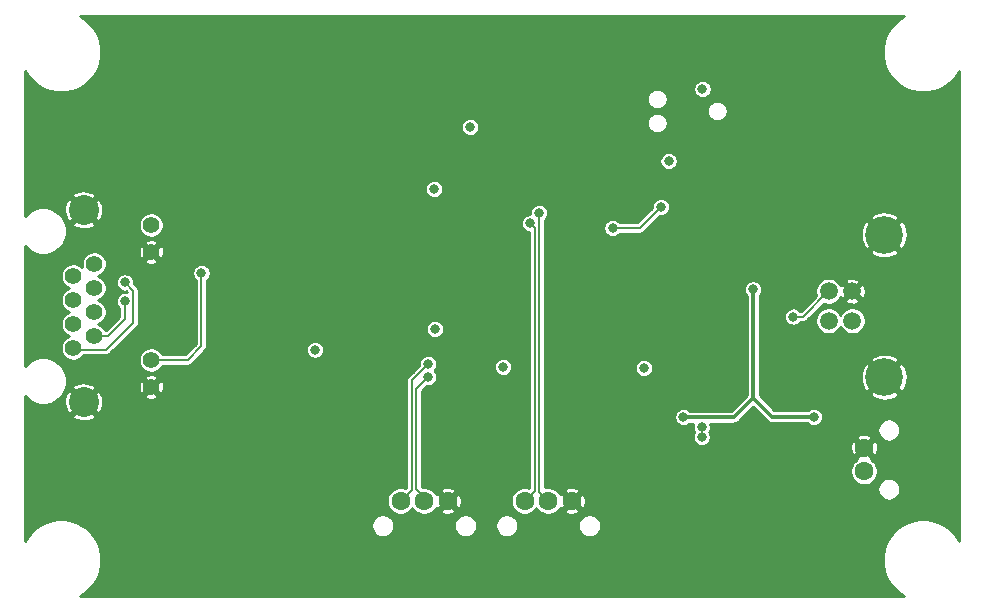
<source format=gbr>
G04 #@! TF.GenerationSoftware,KiCad,Pcbnew,5.0.1-33cea8e~68~ubuntu18.04.1*
G04 #@! TF.CreationDate,2018-11-11T23:32:46+00:00*
G04 #@! TF.ProjectId,comms,636F6D6D732E6B696361645F70636200,rev?*
G04 #@! TF.SameCoordinates,Original*
G04 #@! TF.FileFunction,Copper,L4,Bot,Mixed*
G04 #@! TF.FilePolarity,Positive*
%FSLAX46Y46*%
G04 Gerber Fmt 4.6, Leading zero omitted, Abs format (unit mm)*
G04 Created by KiCad (PCBNEW 5.0.1-33cea8e~68~ubuntu18.04.1) date Sun 11 Nov 2018 23:32:46 GMT*
%MOMM*%
%LPD*%
G01*
G04 APERTURE LIST*
G04 #@! TA.AperFunction,ComponentPad*
%ADD10C,2.540000*%
G04 #@! TD*
G04 #@! TA.AperFunction,ComponentPad*
%ADD11C,1.400000*%
G04 #@! TD*
G04 #@! TA.AperFunction,ComponentPad*
%ADD12C,1.600000*%
G04 #@! TD*
G04 #@! TA.AperFunction,ComponentPad*
%ADD13C,1.500000*%
G04 #@! TD*
G04 #@! TA.AperFunction,ComponentPad*
%ADD14C,3.200000*%
G04 #@! TD*
G04 #@! TA.AperFunction,ViaPad*
%ADD15C,0.800000*%
G04 #@! TD*
G04 #@! TA.AperFunction,Conductor*
%ADD16C,0.350000*%
G04 #@! TD*
G04 #@! TA.AperFunction,Conductor*
%ADD17C,0.200000*%
G04 #@! TD*
G04 #@! TA.AperFunction,Conductor*
%ADD18C,0.250000*%
G04 #@! TD*
G04 APERTURE END LIST*
D10*
G04 #@! TO.P,IC4,S*
G04 #@! TO.N,GND*
X28687302Y-105344400D03*
X28687302Y-89088400D03*
D11*
G04 #@! TO.P,IC4,10*
G04 #@! TO.N,Net-(IC4-Pad10)*
X34402302Y-101788400D03*
G04 #@! TO.P,IC4,11*
G04 #@! TO.N,GND*
X34402302Y-92644400D03*
G04 #@! TO.P,IC4,9*
X34402302Y-104074400D03*
G04 #@! TO.P,IC4,12*
G04 #@! TO.N,Net-(IC4-Pad12)*
X34402302Y-90358400D03*
G04 #@! TO.P,IC4,1*
G04 #@! TO.N,/RS485_TX*
X27798302Y-100772400D03*
G04 #@! TO.P,IC4,3*
G04 #@! TO.N,/RS485_RX*
X27798302Y-98740400D03*
G04 #@! TO.P,IC4,5*
G04 #@! TO.N,Net-(IC4-Pad5)*
X27798302Y-96708400D03*
G04 #@! TO.P,IC4,7*
G04 #@! TO.N,Net-(IC4-Pad7)*
X27798302Y-94676400D03*
G04 #@! TO.P,IC4,2*
G04 #@! TO.N,/~RS485_TX*
X29576302Y-99756400D03*
G04 #@! TO.P,IC4,4*
G04 #@! TO.N,Net-(IC4-Pad4)*
X29576302Y-97724400D03*
G04 #@! TO.P,IC4,6*
G04 #@! TO.N,/~RS485_RX*
X29576302Y-95692400D03*
G04 #@! TO.P,IC4,8*
G04 #@! TO.N,Net-(IC4-Pad8)*
X29576302Y-93660400D03*
G04 #@! TD*
D12*
G04 #@! TO.P,J1,1*
G04 #@! TO.N,/USART1_TX*
X66008302Y-113716400D03*
G04 #@! TO.P,J1,2*
G04 #@! TO.N,/USART1_RX*
X68008302Y-113716400D03*
G04 #@! TO.P,J1,3*
G04 #@! TO.N,GND*
X70008302Y-113716400D03*
G04 #@! TD*
G04 #@! TO.P,J2,3*
G04 #@! TO.N,GND*
X59508302Y-113716400D03*
G04 #@! TO.P,J2,2*
G04 #@! TO.N,/USART2_RX*
X57508302Y-113716400D03*
G04 #@! TO.P,J2,1*
G04 #@! TO.N,/USART2_TX*
X55508302Y-113716400D03*
G04 #@! TD*
G04 #@! TO.P,J3,2*
G04 #@! TO.N,GND*
X94758302Y-109216400D03*
G04 #@! TO.P,J3,1*
G04 #@! TO.N,5v*
X94758302Y-111216400D03*
G04 #@! TD*
D13*
G04 #@! TO.P,P1,1*
G04 #@! TO.N,/OTG_HS_VBUS*
X91758302Y-95966400D03*
G04 #@! TO.P,P1,2*
G04 #@! TO.N,/OTG_HS_DM*
X91758302Y-98466400D03*
G04 #@! TO.P,P1,3*
G04 #@! TO.N,/OTG_HS_DP*
X93758302Y-98466400D03*
G04 #@! TO.P,P1,4*
G04 #@! TO.N,GND*
X93758302Y-95966400D03*
D14*
G04 #@! TO.P,P1,S*
X96468302Y-91196400D03*
X96468302Y-103236400D03*
G04 #@! TD*
D15*
G04 #@! TO.N,GND*
X62358302Y-90716400D03*
X58568302Y-92016400D03*
X62758302Y-86116400D03*
X65258302Y-86116400D03*
X65258302Y-82516400D03*
X63108302Y-81166400D03*
X62258302Y-80216400D03*
X62458302Y-95716400D03*
X62758302Y-98216400D03*
X63258302Y-104216400D03*
X56558302Y-88316400D03*
X56558302Y-89616400D03*
X52408302Y-91366400D03*
X53458302Y-90316400D03*
X54833302Y-90341400D03*
X56458302Y-95516400D03*
X56458302Y-96816400D03*
X56458302Y-98116400D03*
X75158302Y-104316400D03*
X80058302Y-86016400D03*
X80058302Y-87316400D03*
X78528302Y-78786400D03*
X89008302Y-111666400D03*
X90058302Y-110616400D03*
X83258302Y-112066400D03*
X81008302Y-111566400D03*
X80058302Y-110616400D03*
X82358302Y-112066400D03*
X88458302Y-91816400D03*
X74358302Y-86716400D03*
X48653302Y-95311400D03*
X45463302Y-95311400D03*
X45158302Y-100916400D03*
X73958302Y-104416400D03*
X88658302Y-104716400D03*
X88608302Y-107466400D03*
X33258302Y-77216400D03*
X33258302Y-82216400D03*
X38258302Y-82216400D03*
X38258302Y-77216400D03*
X43258302Y-77216400D03*
X43258302Y-82216400D03*
X48258302Y-82216400D03*
X48258302Y-77216400D03*
X58258302Y-77216400D03*
X53258302Y-77216400D03*
X53258302Y-82216400D03*
X58258302Y-82216400D03*
X63258302Y-77216400D03*
X68258302Y-77216400D03*
X73258302Y-77216400D03*
X88258302Y-77216400D03*
X93258302Y-77216400D03*
X93258302Y-82216400D03*
X88258302Y-82216400D03*
X88258302Y-87216400D03*
X83258302Y-87216400D03*
X93258302Y-87216400D03*
X98258302Y-87216400D03*
X98258302Y-82216400D03*
X98258302Y-97216400D03*
X93258302Y-117216400D03*
X88258302Y-117216400D03*
X83258302Y-117216400D03*
X78258302Y-117216400D03*
X78258302Y-112216400D03*
X73258302Y-112216400D03*
X73258302Y-117216400D03*
X83258302Y-92216400D03*
X48258302Y-107216400D03*
X48258302Y-112216400D03*
X43258302Y-112216400D03*
X43258302Y-107216400D03*
X38258302Y-107216400D03*
X38258302Y-112216400D03*
X33258302Y-112216400D03*
X28258302Y-112216400D03*
X28258302Y-87216400D03*
X28258302Y-82216400D03*
X43258302Y-92216400D03*
X48258302Y-92216400D03*
X53258302Y-107216400D03*
X48258302Y-117216400D03*
X38258302Y-117216400D03*
X43258302Y-117216400D03*
X33258302Y-117216400D03*
X87100000Y-100300000D03*
X87100000Y-101500000D03*
X87158302Y-92916400D03*
X87100000Y-99100000D03*
X55500000Y-109600000D03*
X58750000Y-110850000D03*
X66000000Y-109600000D03*
X69050000Y-110750000D03*
G04 #@! TO.N,3v3*
X58408302Y-99166400D03*
X58358302Y-87316400D03*
X81068302Y-78826400D03*
X81008302Y-107466400D03*
X81008302Y-108316400D03*
X61408302Y-82066400D03*
X76108302Y-102466400D03*
X64208302Y-102366400D03*
X78208302Y-84966400D03*
G04 #@! TO.N,5v*
X85358302Y-95816400D03*
X48258302Y-100916400D03*
X79458302Y-106616400D03*
X90500000Y-106600000D03*
G04 #@! TO.N,/~RST*
X77558302Y-88816400D03*
X73458302Y-90616400D03*
G04 #@! TO.N,/USART2_TX*
X57858302Y-102116400D03*
G04 #@! TO.N,/USART2_RX*
X57858302Y-103216400D03*
G04 #@! TO.N,/OTG_HS_VBUS*
X88758302Y-98116400D03*
G04 #@! TO.N,/USART1_TX*
X66458302Y-90216400D03*
G04 #@! TO.N,/USART1_RX*
X67258312Y-89316410D03*
G04 #@! TO.N,/RS485_TX*
X32158302Y-95216400D03*
G04 #@! TO.N,/~RS485_TX*
X32158302Y-96816400D03*
G04 #@! TO.N,Net-(IC4-Pad10)*
X38658302Y-94416400D03*
G04 #@! TD*
D16*
G04 #@! TO.N,5v*
X85358302Y-95816400D02*
X85358302Y-98716400D01*
X85358302Y-98716400D02*
X85358302Y-105016400D01*
X83758302Y-106616400D02*
X79458302Y-106616400D01*
X85358302Y-105016400D02*
X83758302Y-106616400D01*
X85358302Y-105016400D02*
X86941902Y-106600000D01*
X86941902Y-106600000D02*
X90500000Y-106600000D01*
D17*
G04 #@! TO.N,/~RST*
X77558302Y-88816400D02*
X75758302Y-90616400D01*
X75758302Y-90616400D02*
X73458302Y-90616400D01*
G04 #@! TO.N,/USART2_TX*
X56458302Y-103516400D02*
X56858302Y-103116400D01*
X56858302Y-103116400D02*
X57858302Y-102116400D01*
X56458302Y-112816400D02*
X56458302Y-103516400D01*
X55508302Y-113716400D02*
X55558302Y-113716400D01*
X55558302Y-113716400D02*
X56458302Y-112816400D01*
G04 #@! TO.N,/USART2_RX*
X57258312Y-113466410D02*
X57508302Y-113716400D01*
X57258312Y-103816390D02*
X57858302Y-103216400D01*
X56858302Y-104216400D02*
X57258312Y-103816390D01*
X56858302Y-112716400D02*
X56858302Y-104216400D01*
X57508302Y-113716400D02*
X57508302Y-113366400D01*
X57508302Y-113366400D02*
X56858302Y-112716400D01*
G04 #@! TO.N,/OTG_HS_VBUS*
X91758302Y-95966400D02*
X91733600Y-95966400D01*
X89583600Y-98116400D02*
X88758302Y-98116400D01*
X91733600Y-95966400D02*
X89583600Y-98116400D01*
G04 #@! TO.N,/USART1_TX*
X66858302Y-90616400D02*
X66458302Y-90216400D01*
X66008302Y-113716400D02*
X66058302Y-113716400D01*
X66858302Y-112916400D02*
X66858302Y-90616400D01*
X66058302Y-113716400D02*
X66858302Y-112916400D01*
G04 #@! TO.N,/USART1_RX*
X68008302Y-113716400D02*
X68008302Y-113266400D01*
X68008302Y-113716400D02*
X67258312Y-112966410D01*
X67258312Y-89816410D02*
X67258312Y-89316410D01*
X67258312Y-112966410D02*
X67258312Y-89816410D01*
G04 #@! TO.N,/RS485_TX*
X32158302Y-95216400D02*
X32858302Y-95916400D01*
X32858302Y-95916400D02*
X32858302Y-98616400D01*
X32858302Y-98616400D02*
X30558302Y-100916400D01*
X27942302Y-100916400D02*
X27798302Y-100772400D01*
X30558302Y-100916400D02*
X27942302Y-100916400D01*
G04 #@! TO.N,/~RS485_TX*
X32158302Y-96816400D02*
X32158302Y-98316400D01*
X30718302Y-99756400D02*
X29576302Y-99756400D01*
X32158302Y-98316400D02*
X30718302Y-99756400D01*
G04 #@! TO.N,Net-(IC4-Pad10)*
X38658302Y-94416400D02*
X38658302Y-100616400D01*
X37486302Y-101788400D02*
X34402302Y-101788400D01*
X38658302Y-100616400D02*
X37486302Y-101788400D01*
G04 #@! TD*
D18*
G04 #@! TO.N,GND*
G36*
X98135956Y-72681204D02*
X97574992Y-73056029D01*
X97097931Y-73533090D01*
X96723106Y-74094054D01*
X96464923Y-74717364D01*
X96333302Y-75379067D01*
X96333302Y-76053733D01*
X96464923Y-76715436D01*
X96723106Y-77338746D01*
X97097931Y-77899710D01*
X97574992Y-78376771D01*
X98135956Y-78751596D01*
X98759266Y-79009779D01*
X99420969Y-79141400D01*
X100095635Y-79141400D01*
X100757338Y-79009779D01*
X101380648Y-78751596D01*
X101941612Y-78376771D01*
X102418673Y-77899710D01*
X102793498Y-77338746D01*
X102808303Y-77303004D01*
X102808302Y-117129794D01*
X102793498Y-117094054D01*
X102418673Y-116533090D01*
X101941612Y-116056029D01*
X101380648Y-115681204D01*
X100757338Y-115423021D01*
X100095635Y-115291400D01*
X99420969Y-115291400D01*
X98759266Y-115423021D01*
X98135956Y-115681204D01*
X97574992Y-116056029D01*
X97097931Y-116533090D01*
X96723106Y-117094054D01*
X96464923Y-117717364D01*
X96333302Y-118379067D01*
X96333302Y-119053733D01*
X96464923Y-119715436D01*
X96723106Y-120338746D01*
X97097931Y-120899710D01*
X97574992Y-121376771D01*
X98135956Y-121751596D01*
X98171696Y-121766400D01*
X28344908Y-121766400D01*
X28380648Y-121751596D01*
X28941612Y-121376771D01*
X29418673Y-120899710D01*
X29793498Y-120338746D01*
X30051681Y-119715436D01*
X30183302Y-119053733D01*
X30183302Y-118379067D01*
X30051681Y-117717364D01*
X29793498Y-117094054D01*
X29418673Y-116533090D01*
X28941612Y-116056029D01*
X28439266Y-115720371D01*
X53033302Y-115720371D01*
X53033302Y-115912429D01*
X53070770Y-116100797D01*
X53144268Y-116278236D01*
X53250970Y-116437927D01*
X53386775Y-116573732D01*
X53546466Y-116680434D01*
X53723905Y-116753932D01*
X53912273Y-116791400D01*
X54104331Y-116791400D01*
X54292699Y-116753932D01*
X54470138Y-116680434D01*
X54629829Y-116573732D01*
X54765634Y-116437927D01*
X54872336Y-116278236D01*
X54945834Y-116100797D01*
X54983302Y-115912429D01*
X54983302Y-115720371D01*
X60033302Y-115720371D01*
X60033302Y-115912429D01*
X60070770Y-116100797D01*
X60144268Y-116278236D01*
X60250970Y-116437927D01*
X60386775Y-116573732D01*
X60546466Y-116680434D01*
X60723905Y-116753932D01*
X60912273Y-116791400D01*
X61104331Y-116791400D01*
X61292699Y-116753932D01*
X61470138Y-116680434D01*
X61629829Y-116573732D01*
X61765634Y-116437927D01*
X61872336Y-116278236D01*
X61945834Y-116100797D01*
X61983302Y-115912429D01*
X61983302Y-115720371D01*
X63533302Y-115720371D01*
X63533302Y-115912429D01*
X63570770Y-116100797D01*
X63644268Y-116278236D01*
X63750970Y-116437927D01*
X63886775Y-116573732D01*
X64046466Y-116680434D01*
X64223905Y-116753932D01*
X64412273Y-116791400D01*
X64604331Y-116791400D01*
X64792699Y-116753932D01*
X64970138Y-116680434D01*
X65129829Y-116573732D01*
X65265634Y-116437927D01*
X65372336Y-116278236D01*
X65445834Y-116100797D01*
X65483302Y-115912429D01*
X65483302Y-115720371D01*
X70533302Y-115720371D01*
X70533302Y-115912429D01*
X70570770Y-116100797D01*
X70644268Y-116278236D01*
X70750970Y-116437927D01*
X70886775Y-116573732D01*
X71046466Y-116680434D01*
X71223905Y-116753932D01*
X71412273Y-116791400D01*
X71604331Y-116791400D01*
X71792699Y-116753932D01*
X71970138Y-116680434D01*
X72129829Y-116573732D01*
X72265634Y-116437927D01*
X72372336Y-116278236D01*
X72445834Y-116100797D01*
X72483302Y-115912429D01*
X72483302Y-115720371D01*
X72445834Y-115532003D01*
X72372336Y-115354564D01*
X72265634Y-115194873D01*
X72129829Y-115059068D01*
X71970138Y-114952366D01*
X71792699Y-114878868D01*
X71604331Y-114841400D01*
X71412273Y-114841400D01*
X71223905Y-114878868D01*
X71046466Y-114952366D01*
X70886775Y-115059068D01*
X70750970Y-115194873D01*
X70644268Y-115354564D01*
X70570770Y-115532003D01*
X70533302Y-115720371D01*
X65483302Y-115720371D01*
X65445834Y-115532003D01*
X65372336Y-115354564D01*
X65265634Y-115194873D01*
X65129829Y-115059068D01*
X64970138Y-114952366D01*
X64792699Y-114878868D01*
X64604331Y-114841400D01*
X64412273Y-114841400D01*
X64223905Y-114878868D01*
X64046466Y-114952366D01*
X63886775Y-115059068D01*
X63750970Y-115194873D01*
X63644268Y-115354564D01*
X63570770Y-115532003D01*
X63533302Y-115720371D01*
X61983302Y-115720371D01*
X61945834Y-115532003D01*
X61872336Y-115354564D01*
X61765634Y-115194873D01*
X61629829Y-115059068D01*
X61470138Y-114952366D01*
X61292699Y-114878868D01*
X61104331Y-114841400D01*
X60912273Y-114841400D01*
X60723905Y-114878868D01*
X60546466Y-114952366D01*
X60386775Y-115059068D01*
X60250970Y-115194873D01*
X60144268Y-115354564D01*
X60070770Y-115532003D01*
X60033302Y-115720371D01*
X54983302Y-115720371D01*
X54945834Y-115532003D01*
X54872336Y-115354564D01*
X54765634Y-115194873D01*
X54629829Y-115059068D01*
X54470138Y-114952366D01*
X54292699Y-114878868D01*
X54104331Y-114841400D01*
X53912273Y-114841400D01*
X53723905Y-114878868D01*
X53546466Y-114952366D01*
X53386775Y-115059068D01*
X53250970Y-115194873D01*
X53144268Y-115354564D01*
X53070770Y-115532003D01*
X53033302Y-115720371D01*
X28439266Y-115720371D01*
X28380648Y-115681204D01*
X27757338Y-115423021D01*
X27095635Y-115291400D01*
X26420969Y-115291400D01*
X25759266Y-115423021D01*
X25135956Y-115681204D01*
X24574992Y-116056029D01*
X24097931Y-116533090D01*
X23723106Y-117094054D01*
X23708302Y-117129794D01*
X23708302Y-113600673D01*
X54333302Y-113600673D01*
X54333302Y-113832127D01*
X54378457Y-114059135D01*
X54467031Y-114272971D01*
X54595620Y-114465419D01*
X54759283Y-114629082D01*
X54951731Y-114757671D01*
X55165567Y-114846245D01*
X55392575Y-114891400D01*
X55624029Y-114891400D01*
X55851037Y-114846245D01*
X56064873Y-114757671D01*
X56257321Y-114629082D01*
X56420984Y-114465419D01*
X56508302Y-114334738D01*
X56595620Y-114465419D01*
X56759283Y-114629082D01*
X56951731Y-114757671D01*
X57165567Y-114846245D01*
X57392575Y-114891400D01*
X57624029Y-114891400D01*
X57851037Y-114846245D01*
X58064873Y-114757671D01*
X58257321Y-114629082D01*
X58318135Y-114568268D01*
X58833211Y-114568268D01*
X58919341Y-114739699D01*
X59130293Y-114834937D01*
X59355772Y-114887191D01*
X59587113Y-114894451D01*
X59815425Y-114856440D01*
X60031934Y-114774618D01*
X60097263Y-114739699D01*
X60183393Y-114568268D01*
X59508302Y-113893177D01*
X58833211Y-114568268D01*
X58318135Y-114568268D01*
X58420984Y-114465419D01*
X58517142Y-114321508D01*
X58656434Y-114391491D01*
X59331525Y-113716400D01*
X59685079Y-113716400D01*
X60360170Y-114391491D01*
X60531601Y-114305361D01*
X60626839Y-114094409D01*
X60679093Y-113868930D01*
X60686353Y-113637589D01*
X60680207Y-113600673D01*
X64833302Y-113600673D01*
X64833302Y-113832127D01*
X64878457Y-114059135D01*
X64967031Y-114272971D01*
X65095620Y-114465419D01*
X65259283Y-114629082D01*
X65451731Y-114757671D01*
X65665567Y-114846245D01*
X65892575Y-114891400D01*
X66124029Y-114891400D01*
X66351037Y-114846245D01*
X66564873Y-114757671D01*
X66757321Y-114629082D01*
X66920984Y-114465419D01*
X67008302Y-114334738D01*
X67095620Y-114465419D01*
X67259283Y-114629082D01*
X67451731Y-114757671D01*
X67665567Y-114846245D01*
X67892575Y-114891400D01*
X68124029Y-114891400D01*
X68351037Y-114846245D01*
X68564873Y-114757671D01*
X68757321Y-114629082D01*
X68818135Y-114568268D01*
X69333211Y-114568268D01*
X69419341Y-114739699D01*
X69630293Y-114834937D01*
X69855772Y-114887191D01*
X70087113Y-114894451D01*
X70315425Y-114856440D01*
X70531934Y-114774618D01*
X70597263Y-114739699D01*
X70683393Y-114568268D01*
X70008302Y-113893177D01*
X69333211Y-114568268D01*
X68818135Y-114568268D01*
X68920984Y-114465419D01*
X69017142Y-114321508D01*
X69156434Y-114391491D01*
X69831525Y-113716400D01*
X70185079Y-113716400D01*
X70860170Y-114391491D01*
X71031601Y-114305361D01*
X71126839Y-114094409D01*
X71179093Y-113868930D01*
X71186353Y-113637589D01*
X71148342Y-113409277D01*
X71066520Y-113192768D01*
X71031601Y-113127439D01*
X70860170Y-113041309D01*
X70185079Y-113716400D01*
X69831525Y-113716400D01*
X69156434Y-113041309D01*
X69017142Y-113111292D01*
X68920984Y-112967381D01*
X68818135Y-112864532D01*
X69333211Y-112864532D01*
X70008302Y-113539623D01*
X70683393Y-112864532D01*
X70597263Y-112693101D01*
X70436167Y-112620371D01*
X95883302Y-112620371D01*
X95883302Y-112812429D01*
X95920770Y-113000797D01*
X95994268Y-113178236D01*
X96100970Y-113337927D01*
X96236775Y-113473732D01*
X96396466Y-113580434D01*
X96573905Y-113653932D01*
X96762273Y-113691400D01*
X96954331Y-113691400D01*
X97142699Y-113653932D01*
X97320138Y-113580434D01*
X97479829Y-113473732D01*
X97615634Y-113337927D01*
X97722336Y-113178236D01*
X97795834Y-113000797D01*
X97833302Y-112812429D01*
X97833302Y-112620371D01*
X97795834Y-112432003D01*
X97722336Y-112254564D01*
X97615634Y-112094873D01*
X97479829Y-111959068D01*
X97320138Y-111852366D01*
X97142699Y-111778868D01*
X96954331Y-111741400D01*
X96762273Y-111741400D01*
X96573905Y-111778868D01*
X96396466Y-111852366D01*
X96236775Y-111959068D01*
X96100970Y-112094873D01*
X95994268Y-112254564D01*
X95920770Y-112432003D01*
X95883302Y-112620371D01*
X70436167Y-112620371D01*
X70386311Y-112597863D01*
X70160832Y-112545609D01*
X69929491Y-112538349D01*
X69701179Y-112576360D01*
X69484670Y-112658182D01*
X69419341Y-112693101D01*
X69333211Y-112864532D01*
X68818135Y-112864532D01*
X68757321Y-112803718D01*
X68564873Y-112675129D01*
X68351037Y-112586555D01*
X68124029Y-112541400D01*
X67892575Y-112541400D01*
X67733312Y-112573080D01*
X67733312Y-111100673D01*
X93583302Y-111100673D01*
X93583302Y-111332127D01*
X93628457Y-111559135D01*
X93717031Y-111772971D01*
X93845620Y-111965419D01*
X94009283Y-112129082D01*
X94201731Y-112257671D01*
X94415567Y-112346245D01*
X94642575Y-112391400D01*
X94874029Y-112391400D01*
X95101037Y-112346245D01*
X95314873Y-112257671D01*
X95507321Y-112129082D01*
X95670984Y-111965419D01*
X95799573Y-111772971D01*
X95888147Y-111559135D01*
X95933302Y-111332127D01*
X95933302Y-111100673D01*
X95888147Y-110873665D01*
X95799573Y-110659829D01*
X95670984Y-110467381D01*
X95507321Y-110303718D01*
X95363410Y-110207560D01*
X95433393Y-110068268D01*
X94758302Y-109393177D01*
X94083211Y-110068268D01*
X94153194Y-110207560D01*
X94009283Y-110303718D01*
X93845620Y-110467381D01*
X93717031Y-110659829D01*
X93628457Y-110873665D01*
X93583302Y-111100673D01*
X67733312Y-111100673D01*
X67733312Y-109295211D01*
X93580251Y-109295211D01*
X93618262Y-109523523D01*
X93700084Y-109740032D01*
X93735003Y-109805361D01*
X93906434Y-109891491D01*
X94581525Y-109216400D01*
X94935079Y-109216400D01*
X95610170Y-109891491D01*
X95781601Y-109805361D01*
X95876839Y-109594409D01*
X95929093Y-109368930D01*
X95936353Y-109137589D01*
X95898342Y-108909277D01*
X95816520Y-108692768D01*
X95781601Y-108627439D01*
X95610170Y-108541309D01*
X94935079Y-109216400D01*
X94581525Y-109216400D01*
X93906434Y-108541309D01*
X93735003Y-108627439D01*
X93639765Y-108838391D01*
X93587511Y-109063870D01*
X93580251Y-109295211D01*
X67733312Y-109295211D01*
X67733312Y-106540069D01*
X78683302Y-106540069D01*
X78683302Y-106692731D01*
X78713085Y-106842459D01*
X78771506Y-106983500D01*
X78856320Y-107110434D01*
X78964268Y-107218382D01*
X79091202Y-107303196D01*
X79232243Y-107361617D01*
X79381971Y-107391400D01*
X79534633Y-107391400D01*
X79684361Y-107361617D01*
X79825402Y-107303196D01*
X79952336Y-107218382D01*
X80004318Y-107166400D01*
X80293712Y-107166400D01*
X80263085Y-107240341D01*
X80233302Y-107390069D01*
X80233302Y-107542731D01*
X80263085Y-107692459D01*
X80321506Y-107833500D01*
X80360193Y-107891400D01*
X80321506Y-107949300D01*
X80263085Y-108090341D01*
X80233302Y-108240069D01*
X80233302Y-108392731D01*
X80263085Y-108542459D01*
X80321506Y-108683500D01*
X80406320Y-108810434D01*
X80514268Y-108918382D01*
X80641202Y-109003196D01*
X80782243Y-109061617D01*
X80931971Y-109091400D01*
X81084633Y-109091400D01*
X81234361Y-109061617D01*
X81375402Y-109003196D01*
X81502336Y-108918382D01*
X81610284Y-108810434D01*
X81695098Y-108683500D01*
X81753519Y-108542459D01*
X81783302Y-108392731D01*
X81783302Y-108364532D01*
X94083211Y-108364532D01*
X94758302Y-109039623D01*
X95433393Y-108364532D01*
X95347263Y-108193101D01*
X95136311Y-108097863D01*
X94910832Y-108045609D01*
X94679491Y-108038349D01*
X94451179Y-108076360D01*
X94234670Y-108158182D01*
X94169341Y-108193101D01*
X94083211Y-108364532D01*
X81783302Y-108364532D01*
X81783302Y-108240069D01*
X81753519Y-108090341D01*
X81695098Y-107949300D01*
X81656411Y-107891400D01*
X81695098Y-107833500D01*
X81753519Y-107692459D01*
X81767858Y-107620371D01*
X95883302Y-107620371D01*
X95883302Y-107812429D01*
X95920770Y-108000797D01*
X95994268Y-108178236D01*
X96100970Y-108337927D01*
X96236775Y-108473732D01*
X96396466Y-108580434D01*
X96573905Y-108653932D01*
X96762273Y-108691400D01*
X96954331Y-108691400D01*
X97142699Y-108653932D01*
X97320138Y-108580434D01*
X97479829Y-108473732D01*
X97615634Y-108337927D01*
X97722336Y-108178236D01*
X97795834Y-108000797D01*
X97833302Y-107812429D01*
X97833302Y-107620371D01*
X97795834Y-107432003D01*
X97722336Y-107254564D01*
X97615634Y-107094873D01*
X97479829Y-106959068D01*
X97320138Y-106852366D01*
X97142699Y-106778868D01*
X96954331Y-106741400D01*
X96762273Y-106741400D01*
X96573905Y-106778868D01*
X96396466Y-106852366D01*
X96236775Y-106959068D01*
X96100970Y-107094873D01*
X95994268Y-107254564D01*
X95920770Y-107432003D01*
X95883302Y-107620371D01*
X81767858Y-107620371D01*
X81783302Y-107542731D01*
X81783302Y-107390069D01*
X81753519Y-107240341D01*
X81722892Y-107166400D01*
X83731294Y-107166400D01*
X83758302Y-107169060D01*
X83785310Y-107166400D01*
X83785320Y-107166400D01*
X83866121Y-107158442D01*
X83969796Y-107126992D01*
X84065344Y-107075921D01*
X84149092Y-107007190D01*
X84166315Y-106986204D01*
X85358302Y-105794217D01*
X86533889Y-106969804D01*
X86551112Y-106990790D01*
X86634860Y-107059521D01*
X86730408Y-107110592D01*
X86834083Y-107142042D01*
X86914884Y-107150000D01*
X86914891Y-107150000D01*
X86941902Y-107152660D01*
X86968913Y-107150000D01*
X89953984Y-107150000D01*
X90005966Y-107201982D01*
X90132900Y-107286796D01*
X90273941Y-107345217D01*
X90423669Y-107375000D01*
X90576331Y-107375000D01*
X90726059Y-107345217D01*
X90867100Y-107286796D01*
X90994034Y-107201982D01*
X91101982Y-107094034D01*
X91186796Y-106967100D01*
X91245217Y-106826059D01*
X91275000Y-106676331D01*
X91275000Y-106523669D01*
X91245217Y-106373941D01*
X91186796Y-106232900D01*
X91101982Y-106105966D01*
X90994034Y-105998018D01*
X90867100Y-105913204D01*
X90726059Y-105854783D01*
X90576331Y-105825000D01*
X90423669Y-105825000D01*
X90273941Y-105854783D01*
X90132900Y-105913204D01*
X90005966Y-105998018D01*
X89953984Y-106050000D01*
X87169719Y-106050000D01*
X85908302Y-104788583D01*
X85908302Y-104658865D01*
X95222613Y-104658865D01*
X95405253Y-104912224D01*
X95752616Y-105087414D01*
X96127483Y-105191470D01*
X96515447Y-105220395D01*
X96901599Y-105173076D01*
X97271100Y-105051331D01*
X97531351Y-104912224D01*
X97713991Y-104658865D01*
X96468302Y-103413177D01*
X95222613Y-104658865D01*
X85908302Y-104658865D01*
X85908302Y-103283545D01*
X94484307Y-103283545D01*
X94531626Y-103669697D01*
X94653371Y-104039198D01*
X94792478Y-104299449D01*
X95045837Y-104482089D01*
X96291525Y-103236400D01*
X96645079Y-103236400D01*
X97890767Y-104482089D01*
X98144126Y-104299449D01*
X98319316Y-103952086D01*
X98423372Y-103577219D01*
X98452297Y-103189255D01*
X98404978Y-102803103D01*
X98283233Y-102433602D01*
X98144126Y-102173351D01*
X97890767Y-101990711D01*
X96645079Y-103236400D01*
X96291525Y-103236400D01*
X95045837Y-101990711D01*
X94792478Y-102173351D01*
X94617288Y-102520714D01*
X94513232Y-102895581D01*
X94484307Y-103283545D01*
X85908302Y-103283545D01*
X85908302Y-101813935D01*
X95222613Y-101813935D01*
X96468302Y-103059623D01*
X97713991Y-101813935D01*
X97531351Y-101560576D01*
X97183988Y-101385386D01*
X96809121Y-101281330D01*
X96421157Y-101252405D01*
X96035005Y-101299724D01*
X95665504Y-101421469D01*
X95405253Y-101560576D01*
X95222613Y-101813935D01*
X85908302Y-101813935D01*
X85908302Y-98040069D01*
X87983302Y-98040069D01*
X87983302Y-98192731D01*
X88013085Y-98342459D01*
X88071506Y-98483500D01*
X88156320Y-98610434D01*
X88264268Y-98718382D01*
X88391202Y-98803196D01*
X88532243Y-98861617D01*
X88681971Y-98891400D01*
X88834633Y-98891400D01*
X88984361Y-98861617D01*
X89125402Y-98803196D01*
X89252336Y-98718382D01*
X89360284Y-98610434D01*
X89373002Y-98591400D01*
X89560268Y-98591400D01*
X89583600Y-98593698D01*
X89606932Y-98591400D01*
X89676716Y-98584527D01*
X89766254Y-98557366D01*
X89848773Y-98513259D01*
X89921101Y-98453901D01*
X89935984Y-98435766D01*
X90016153Y-98355597D01*
X90633302Y-98355597D01*
X90633302Y-98577203D01*
X90676535Y-98794550D01*
X90761340Y-98999287D01*
X90884458Y-99183545D01*
X91041157Y-99340244D01*
X91225415Y-99463362D01*
X91430152Y-99548167D01*
X91647499Y-99591400D01*
X91869105Y-99591400D01*
X92086452Y-99548167D01*
X92291189Y-99463362D01*
X92475447Y-99340244D01*
X92632146Y-99183545D01*
X92755264Y-98999287D01*
X92758302Y-98991953D01*
X92761340Y-98999287D01*
X92884458Y-99183545D01*
X93041157Y-99340244D01*
X93225415Y-99463362D01*
X93430152Y-99548167D01*
X93647499Y-99591400D01*
X93869105Y-99591400D01*
X94086452Y-99548167D01*
X94291189Y-99463362D01*
X94475447Y-99340244D01*
X94632146Y-99183545D01*
X94755264Y-98999287D01*
X94840069Y-98794550D01*
X94883302Y-98577203D01*
X94883302Y-98355597D01*
X94840069Y-98138250D01*
X94755264Y-97933513D01*
X94632146Y-97749255D01*
X94475447Y-97592556D01*
X94291189Y-97469438D01*
X94086452Y-97384633D01*
X93869105Y-97341400D01*
X93647499Y-97341400D01*
X93430152Y-97384633D01*
X93225415Y-97469438D01*
X93041157Y-97592556D01*
X92884458Y-97749255D01*
X92761340Y-97933513D01*
X92758302Y-97940847D01*
X92755264Y-97933513D01*
X92632146Y-97749255D01*
X92475447Y-97592556D01*
X92291189Y-97469438D01*
X92086452Y-97384633D01*
X91869105Y-97341400D01*
X91647499Y-97341400D01*
X91430152Y-97384633D01*
X91225415Y-97469438D01*
X91041157Y-97592556D01*
X90884458Y-97749255D01*
X90761340Y-97933513D01*
X90676535Y-98138250D01*
X90633302Y-98355597D01*
X90016153Y-98355597D01*
X91354797Y-97016954D01*
X91430152Y-97048167D01*
X91647499Y-97091400D01*
X91869105Y-97091400D01*
X92086452Y-97048167D01*
X92291189Y-96963362D01*
X92475447Y-96840244D01*
X92533199Y-96782492D01*
X93118986Y-96782492D01*
X93199046Y-96948812D01*
X93401451Y-97039041D01*
X93617570Y-97088049D01*
X93839097Y-97093952D01*
X94057518Y-97056524D01*
X94264442Y-96977203D01*
X94317558Y-96948812D01*
X94397618Y-96782492D01*
X93758302Y-96143177D01*
X93118986Y-96782492D01*
X92533199Y-96782492D01*
X92632146Y-96683545D01*
X92755264Y-96499287D01*
X92758116Y-96492402D01*
X92775890Y-96525656D01*
X92942210Y-96605716D01*
X93581525Y-95966400D01*
X93935079Y-95966400D01*
X94574394Y-96605716D01*
X94740714Y-96525656D01*
X94830943Y-96323251D01*
X94879951Y-96107132D01*
X94885854Y-95885605D01*
X94848426Y-95667184D01*
X94769105Y-95460260D01*
X94740714Y-95407144D01*
X94574394Y-95327084D01*
X93935079Y-95966400D01*
X93581525Y-95966400D01*
X92942210Y-95327084D01*
X92775890Y-95407144D01*
X92759537Y-95443828D01*
X92755264Y-95433513D01*
X92632146Y-95249255D01*
X92533199Y-95150308D01*
X93118986Y-95150308D01*
X93758302Y-95789623D01*
X94397618Y-95150308D01*
X94317558Y-94983988D01*
X94115153Y-94893759D01*
X93899034Y-94844751D01*
X93677507Y-94838848D01*
X93459086Y-94876276D01*
X93252162Y-94955597D01*
X93199046Y-94983988D01*
X93118986Y-95150308D01*
X92533199Y-95150308D01*
X92475447Y-95092556D01*
X92291189Y-94969438D01*
X92086452Y-94884633D01*
X91869105Y-94841400D01*
X91647499Y-94841400D01*
X91430152Y-94884633D01*
X91225415Y-94969438D01*
X91041157Y-95092556D01*
X90884458Y-95249255D01*
X90761340Y-95433513D01*
X90676535Y-95638250D01*
X90633302Y-95855597D01*
X90633302Y-96077203D01*
X90676535Y-96294550D01*
X90693278Y-96334971D01*
X89386850Y-97641400D01*
X89373002Y-97641400D01*
X89360284Y-97622366D01*
X89252336Y-97514418D01*
X89125402Y-97429604D01*
X88984361Y-97371183D01*
X88834633Y-97341400D01*
X88681971Y-97341400D01*
X88532243Y-97371183D01*
X88391202Y-97429604D01*
X88264268Y-97514418D01*
X88156320Y-97622366D01*
X88071506Y-97749300D01*
X88013085Y-97890341D01*
X87983302Y-98040069D01*
X85908302Y-98040069D01*
X85908302Y-96362416D01*
X85960284Y-96310434D01*
X86045098Y-96183500D01*
X86103519Y-96042459D01*
X86133302Y-95892731D01*
X86133302Y-95740069D01*
X86103519Y-95590341D01*
X86045098Y-95449300D01*
X85960284Y-95322366D01*
X85852336Y-95214418D01*
X85725402Y-95129604D01*
X85584361Y-95071183D01*
X85434633Y-95041400D01*
X85281971Y-95041400D01*
X85132243Y-95071183D01*
X84991202Y-95129604D01*
X84864268Y-95214418D01*
X84756320Y-95322366D01*
X84671506Y-95449300D01*
X84613085Y-95590341D01*
X84583302Y-95740069D01*
X84583302Y-95892731D01*
X84613085Y-96042459D01*
X84671506Y-96183500D01*
X84756320Y-96310434D01*
X84808302Y-96362416D01*
X84808303Y-98689373D01*
X84808302Y-98689383D01*
X84808303Y-104788582D01*
X83530485Y-106066400D01*
X80004318Y-106066400D01*
X79952336Y-106014418D01*
X79825402Y-105929604D01*
X79684361Y-105871183D01*
X79534633Y-105841400D01*
X79381971Y-105841400D01*
X79232243Y-105871183D01*
X79091202Y-105929604D01*
X78964268Y-106014418D01*
X78856320Y-106122366D01*
X78771506Y-106249300D01*
X78713085Y-106390341D01*
X78683302Y-106540069D01*
X67733312Y-106540069D01*
X67733312Y-102390069D01*
X75333302Y-102390069D01*
X75333302Y-102542731D01*
X75363085Y-102692459D01*
X75421506Y-102833500D01*
X75506320Y-102960434D01*
X75614268Y-103068382D01*
X75741202Y-103153196D01*
X75882243Y-103211617D01*
X76031971Y-103241400D01*
X76184633Y-103241400D01*
X76334361Y-103211617D01*
X76475402Y-103153196D01*
X76602336Y-103068382D01*
X76710284Y-102960434D01*
X76795098Y-102833500D01*
X76853519Y-102692459D01*
X76883302Y-102542731D01*
X76883302Y-102390069D01*
X76853519Y-102240341D01*
X76795098Y-102099300D01*
X76710284Y-101972366D01*
X76602336Y-101864418D01*
X76475402Y-101779604D01*
X76334361Y-101721183D01*
X76184633Y-101691400D01*
X76031971Y-101691400D01*
X75882243Y-101721183D01*
X75741202Y-101779604D01*
X75614268Y-101864418D01*
X75506320Y-101972366D01*
X75421506Y-102099300D01*
X75363085Y-102240341D01*
X75333302Y-102390069D01*
X67733312Y-102390069D01*
X67733312Y-92618865D01*
X95222613Y-92618865D01*
X95405253Y-92872224D01*
X95752616Y-93047414D01*
X96127483Y-93151470D01*
X96515447Y-93180395D01*
X96901599Y-93133076D01*
X97271100Y-93011331D01*
X97531351Y-92872224D01*
X97713991Y-92618865D01*
X96468302Y-91373177D01*
X95222613Y-92618865D01*
X67733312Y-92618865D01*
X67733312Y-90540069D01*
X72683302Y-90540069D01*
X72683302Y-90692731D01*
X72713085Y-90842459D01*
X72771506Y-90983500D01*
X72856320Y-91110434D01*
X72964268Y-91218382D01*
X73091202Y-91303196D01*
X73232243Y-91361617D01*
X73381971Y-91391400D01*
X73534633Y-91391400D01*
X73684361Y-91361617D01*
X73825402Y-91303196D01*
X73914676Y-91243545D01*
X94484307Y-91243545D01*
X94531626Y-91629697D01*
X94653371Y-91999198D01*
X94792478Y-92259449D01*
X95045837Y-92442089D01*
X96291525Y-91196400D01*
X96645079Y-91196400D01*
X97890767Y-92442089D01*
X98144126Y-92259449D01*
X98319316Y-91912086D01*
X98423372Y-91537219D01*
X98452297Y-91149255D01*
X98404978Y-90763103D01*
X98283233Y-90393602D01*
X98144126Y-90133351D01*
X97890767Y-89950711D01*
X96645079Y-91196400D01*
X96291525Y-91196400D01*
X95045837Y-89950711D01*
X94792478Y-90133351D01*
X94617288Y-90480714D01*
X94513232Y-90855581D01*
X94484307Y-91243545D01*
X73914676Y-91243545D01*
X73952336Y-91218382D01*
X74060284Y-91110434D01*
X74073002Y-91091400D01*
X75734970Y-91091400D01*
X75758302Y-91093698D01*
X75781634Y-91091400D01*
X75851418Y-91084527D01*
X75940956Y-91057366D01*
X76023475Y-91013259D01*
X76095803Y-90953901D01*
X76110686Y-90935766D01*
X77272517Y-89773935D01*
X95222613Y-89773935D01*
X96468302Y-91019623D01*
X97713991Y-89773935D01*
X97531351Y-89520576D01*
X97183988Y-89345386D01*
X96809121Y-89241330D01*
X96421157Y-89212405D01*
X96035005Y-89259724D01*
X95665504Y-89381469D01*
X95405253Y-89520576D01*
X95222613Y-89773935D01*
X77272517Y-89773935D01*
X77459519Y-89586934D01*
X77481971Y-89591400D01*
X77634633Y-89591400D01*
X77784361Y-89561617D01*
X77925402Y-89503196D01*
X78052336Y-89418382D01*
X78160284Y-89310434D01*
X78245098Y-89183500D01*
X78303519Y-89042459D01*
X78333302Y-88892731D01*
X78333302Y-88740069D01*
X78303519Y-88590341D01*
X78245098Y-88449300D01*
X78160284Y-88322366D01*
X78052336Y-88214418D01*
X77925402Y-88129604D01*
X77784361Y-88071183D01*
X77634633Y-88041400D01*
X77481971Y-88041400D01*
X77332243Y-88071183D01*
X77191202Y-88129604D01*
X77064268Y-88214418D01*
X76956320Y-88322366D01*
X76871506Y-88449300D01*
X76813085Y-88590341D01*
X76783302Y-88740069D01*
X76783302Y-88892731D01*
X76787768Y-88915183D01*
X75561552Y-90141400D01*
X74073002Y-90141400D01*
X74060284Y-90122366D01*
X73952336Y-90014418D01*
X73825402Y-89929604D01*
X73684361Y-89871183D01*
X73534633Y-89841400D01*
X73381971Y-89841400D01*
X73232243Y-89871183D01*
X73091202Y-89929604D01*
X72964268Y-90014418D01*
X72856320Y-90122366D01*
X72771506Y-90249300D01*
X72713085Y-90390341D01*
X72683302Y-90540069D01*
X67733312Y-90540069D01*
X67733312Y-89931110D01*
X67752346Y-89918392D01*
X67860294Y-89810444D01*
X67945108Y-89683510D01*
X68003529Y-89542469D01*
X68033312Y-89392741D01*
X68033312Y-89240079D01*
X68003529Y-89090351D01*
X67945108Y-88949310D01*
X67860294Y-88822376D01*
X67752346Y-88714428D01*
X67625412Y-88629614D01*
X67484371Y-88571193D01*
X67334643Y-88541410D01*
X67181981Y-88541410D01*
X67032253Y-88571193D01*
X66891212Y-88629614D01*
X66764278Y-88714428D01*
X66656330Y-88822376D01*
X66571516Y-88949310D01*
X66513095Y-89090351D01*
X66483312Y-89240079D01*
X66483312Y-89392741D01*
X66492991Y-89441400D01*
X66381971Y-89441400D01*
X66232243Y-89471183D01*
X66091202Y-89529604D01*
X65964268Y-89614418D01*
X65856320Y-89722366D01*
X65771506Y-89849300D01*
X65713085Y-89990341D01*
X65683302Y-90140069D01*
X65683302Y-90292731D01*
X65713085Y-90442459D01*
X65771506Y-90583500D01*
X65856320Y-90710434D01*
X65964268Y-90818382D01*
X66091202Y-90903196D01*
X66232243Y-90961617D01*
X66381971Y-90991400D01*
X66383303Y-90991400D01*
X66383302Y-112599920D01*
X66351037Y-112586555D01*
X66124029Y-112541400D01*
X65892575Y-112541400D01*
X65665567Y-112586555D01*
X65451731Y-112675129D01*
X65259283Y-112803718D01*
X65095620Y-112967381D01*
X64967031Y-113159829D01*
X64878457Y-113373665D01*
X64833302Y-113600673D01*
X60680207Y-113600673D01*
X60648342Y-113409277D01*
X60566520Y-113192768D01*
X60531601Y-113127439D01*
X60360170Y-113041309D01*
X59685079Y-113716400D01*
X59331525Y-113716400D01*
X58656434Y-113041309D01*
X58517142Y-113111292D01*
X58420984Y-112967381D01*
X58318135Y-112864532D01*
X58833211Y-112864532D01*
X59508302Y-113539623D01*
X60183393Y-112864532D01*
X60097263Y-112693101D01*
X59886311Y-112597863D01*
X59660832Y-112545609D01*
X59429491Y-112538349D01*
X59201179Y-112576360D01*
X58984670Y-112658182D01*
X58919341Y-112693101D01*
X58833211Y-112864532D01*
X58318135Y-112864532D01*
X58257321Y-112803718D01*
X58064873Y-112675129D01*
X57851037Y-112586555D01*
X57624029Y-112541400D01*
X57392575Y-112541400D01*
X57361278Y-112547625D01*
X57333302Y-112519650D01*
X57333302Y-104413151D01*
X57610686Y-104135768D01*
X57610695Y-104135757D01*
X57759518Y-103986934D01*
X57781971Y-103991400D01*
X57934633Y-103991400D01*
X58084361Y-103961617D01*
X58225402Y-103903196D01*
X58352336Y-103818382D01*
X58460284Y-103710434D01*
X58545098Y-103583500D01*
X58603519Y-103442459D01*
X58633302Y-103292731D01*
X58633302Y-103140069D01*
X58603519Y-102990341D01*
X58545098Y-102849300D01*
X58460284Y-102722366D01*
X58404318Y-102666400D01*
X58460284Y-102610434D01*
X58545098Y-102483500D01*
X58603519Y-102342459D01*
X58613940Y-102290069D01*
X63433302Y-102290069D01*
X63433302Y-102442731D01*
X63463085Y-102592459D01*
X63521506Y-102733500D01*
X63606320Y-102860434D01*
X63714268Y-102968382D01*
X63841202Y-103053196D01*
X63982243Y-103111617D01*
X64131971Y-103141400D01*
X64284633Y-103141400D01*
X64434361Y-103111617D01*
X64575402Y-103053196D01*
X64702336Y-102968382D01*
X64810284Y-102860434D01*
X64895098Y-102733500D01*
X64953519Y-102592459D01*
X64983302Y-102442731D01*
X64983302Y-102290069D01*
X64953519Y-102140341D01*
X64895098Y-101999300D01*
X64810284Y-101872366D01*
X64702336Y-101764418D01*
X64575402Y-101679604D01*
X64434361Y-101621183D01*
X64284633Y-101591400D01*
X64131971Y-101591400D01*
X63982243Y-101621183D01*
X63841202Y-101679604D01*
X63714268Y-101764418D01*
X63606320Y-101872366D01*
X63521506Y-101999300D01*
X63463085Y-102140341D01*
X63433302Y-102290069D01*
X58613940Y-102290069D01*
X58633302Y-102192731D01*
X58633302Y-102040069D01*
X58603519Y-101890341D01*
X58545098Y-101749300D01*
X58460284Y-101622366D01*
X58352336Y-101514418D01*
X58225402Y-101429604D01*
X58084361Y-101371183D01*
X57934633Y-101341400D01*
X57781971Y-101341400D01*
X57632243Y-101371183D01*
X57491202Y-101429604D01*
X57364268Y-101514418D01*
X57256320Y-101622366D01*
X57171506Y-101749300D01*
X57113085Y-101890341D01*
X57083302Y-102040069D01*
X57083302Y-102192731D01*
X57087768Y-102215183D01*
X56538929Y-102764023D01*
X56538924Y-102764027D01*
X56138931Y-103164021D01*
X56120802Y-103178899D01*
X56061444Y-103251227D01*
X56044170Y-103283545D01*
X56017337Y-103333746D01*
X55990175Y-103423284D01*
X55981004Y-103516400D01*
X55983303Y-103539742D01*
X55983302Y-112619649D01*
X55967964Y-112634988D01*
X55851037Y-112586555D01*
X55624029Y-112541400D01*
X55392575Y-112541400D01*
X55165567Y-112586555D01*
X54951731Y-112675129D01*
X54759283Y-112803718D01*
X54595620Y-112967381D01*
X54467031Y-113159829D01*
X54378457Y-113373665D01*
X54333302Y-113600673D01*
X23708302Y-113600673D01*
X23708302Y-106531767D01*
X27676712Y-106531767D01*
X27819626Y-106751316D01*
X28110774Y-106893558D01*
X28424077Y-106976267D01*
X28747497Y-106996264D01*
X29068603Y-106952780D01*
X29375056Y-106847488D01*
X29554978Y-106751316D01*
X29697892Y-106531767D01*
X28687302Y-105521177D01*
X27676712Y-106531767D01*
X23708302Y-106531767D01*
X23708302Y-104845675D01*
X23982994Y-105120367D01*
X24310663Y-105339309D01*
X24674749Y-105490118D01*
X25061260Y-105567000D01*
X25455344Y-105567000D01*
X25841855Y-105490118D01*
X26048326Y-105404595D01*
X27035438Y-105404595D01*
X27078922Y-105725701D01*
X27184214Y-106032154D01*
X27280386Y-106212076D01*
X27499935Y-106354990D01*
X28510525Y-105344400D01*
X28864079Y-105344400D01*
X29874669Y-106354990D01*
X30094218Y-106212076D01*
X30236460Y-105920928D01*
X30319169Y-105607625D01*
X30339166Y-105284205D01*
X30295682Y-104963099D01*
X30258436Y-104854692D01*
X33798787Y-104854692D01*
X33872768Y-105015903D01*
X34066621Y-105101119D01*
X34273375Y-105146879D01*
X34485082Y-105151425D01*
X34693609Y-105114581D01*
X34890940Y-105037763D01*
X34931836Y-105015903D01*
X35005817Y-104854692D01*
X34402302Y-104251177D01*
X33798787Y-104854692D01*
X30258436Y-104854692D01*
X30190390Y-104656646D01*
X30094218Y-104476724D01*
X29874669Y-104333810D01*
X28864079Y-105344400D01*
X28510525Y-105344400D01*
X27499935Y-104333810D01*
X27280386Y-104476724D01*
X27138144Y-104767872D01*
X27055435Y-105081175D01*
X27035438Y-105404595D01*
X26048326Y-105404595D01*
X26205941Y-105339309D01*
X26533610Y-105120367D01*
X26812269Y-104841708D01*
X27031211Y-104514039D01*
X27179087Y-104157033D01*
X27676712Y-104157033D01*
X28687302Y-105167623D01*
X29697745Y-104157180D01*
X33325277Y-104157180D01*
X33362121Y-104365707D01*
X33438939Y-104563038D01*
X33460799Y-104603934D01*
X33622010Y-104677915D01*
X34225525Y-104074400D01*
X34579079Y-104074400D01*
X35182594Y-104677915D01*
X35343805Y-104603934D01*
X35429021Y-104410081D01*
X35474781Y-104203327D01*
X35479327Y-103991620D01*
X35442483Y-103783093D01*
X35365665Y-103585762D01*
X35343805Y-103544866D01*
X35182594Y-103470885D01*
X34579079Y-104074400D01*
X34225525Y-104074400D01*
X33622010Y-103470885D01*
X33460799Y-103544866D01*
X33375583Y-103738719D01*
X33329823Y-103945473D01*
X33325277Y-104157180D01*
X29697745Y-104157180D01*
X29697892Y-104157033D01*
X29554978Y-103937484D01*
X29263830Y-103795242D01*
X28950527Y-103712533D01*
X28627107Y-103692536D01*
X28306001Y-103736020D01*
X27999548Y-103841312D01*
X27819626Y-103937484D01*
X27676712Y-104157033D01*
X27179087Y-104157033D01*
X27182020Y-104149953D01*
X27258902Y-103763442D01*
X27258902Y-103369358D01*
X27243934Y-103294108D01*
X33798787Y-103294108D01*
X34402302Y-103897623D01*
X35005817Y-103294108D01*
X34931836Y-103132897D01*
X34737983Y-103047681D01*
X34531229Y-103001921D01*
X34319522Y-102997375D01*
X34110995Y-103034219D01*
X33913664Y-103111037D01*
X33872768Y-103132897D01*
X33798787Y-103294108D01*
X27243934Y-103294108D01*
X27182020Y-102982847D01*
X27031211Y-102618761D01*
X26812269Y-102291092D01*
X26533610Y-102012433D01*
X26205941Y-101793491D01*
X25841855Y-101642682D01*
X25455344Y-101565800D01*
X25061260Y-101565800D01*
X24674749Y-101642682D01*
X24310663Y-101793491D01*
X23982994Y-102012433D01*
X23708302Y-102287125D01*
X23708302Y-94570522D01*
X26723302Y-94570522D01*
X26723302Y-94782278D01*
X26764614Y-94989966D01*
X26845650Y-95185603D01*
X26963295Y-95361672D01*
X27113030Y-95511407D01*
X27289099Y-95629052D01*
X27442034Y-95692400D01*
X27289099Y-95755748D01*
X27113030Y-95873393D01*
X26963295Y-96023128D01*
X26845650Y-96199197D01*
X26764614Y-96394834D01*
X26723302Y-96602522D01*
X26723302Y-96814278D01*
X26764614Y-97021966D01*
X26845650Y-97217603D01*
X26963295Y-97393672D01*
X27113030Y-97543407D01*
X27289099Y-97661052D01*
X27442034Y-97724400D01*
X27289099Y-97787748D01*
X27113030Y-97905393D01*
X26963295Y-98055128D01*
X26845650Y-98231197D01*
X26764614Y-98426834D01*
X26723302Y-98634522D01*
X26723302Y-98846278D01*
X26764614Y-99053966D01*
X26845650Y-99249603D01*
X26963295Y-99425672D01*
X27113030Y-99575407D01*
X27289099Y-99693052D01*
X27442034Y-99756400D01*
X27289099Y-99819748D01*
X27113030Y-99937393D01*
X26963295Y-100087128D01*
X26845650Y-100263197D01*
X26764614Y-100458834D01*
X26723302Y-100666522D01*
X26723302Y-100878278D01*
X26764614Y-101085966D01*
X26845650Y-101281603D01*
X26963295Y-101457672D01*
X27113030Y-101607407D01*
X27289099Y-101725052D01*
X27484736Y-101806088D01*
X27692424Y-101847400D01*
X27904180Y-101847400D01*
X28111868Y-101806088D01*
X28307505Y-101725052D01*
X28371155Y-101682522D01*
X33327302Y-101682522D01*
X33327302Y-101894278D01*
X33368614Y-102101966D01*
X33449650Y-102297603D01*
X33567295Y-102473672D01*
X33717030Y-102623407D01*
X33893099Y-102741052D01*
X34088736Y-102822088D01*
X34296424Y-102863400D01*
X34508180Y-102863400D01*
X34715868Y-102822088D01*
X34911505Y-102741052D01*
X35087574Y-102623407D01*
X35237309Y-102473672D01*
X35354954Y-102297603D01*
X35369121Y-102263400D01*
X37462970Y-102263400D01*
X37486302Y-102265698D01*
X37509634Y-102263400D01*
X37579418Y-102256527D01*
X37668956Y-102229366D01*
X37751475Y-102185259D01*
X37823803Y-102125901D01*
X37838686Y-102107766D01*
X38977673Y-100968780D01*
X38995803Y-100953901D01*
X39055161Y-100881573D01*
X39077345Y-100840069D01*
X47483302Y-100840069D01*
X47483302Y-100992731D01*
X47513085Y-101142459D01*
X47571506Y-101283500D01*
X47656320Y-101410434D01*
X47764268Y-101518382D01*
X47891202Y-101603196D01*
X48032243Y-101661617D01*
X48181971Y-101691400D01*
X48334633Y-101691400D01*
X48484361Y-101661617D01*
X48625402Y-101603196D01*
X48752336Y-101518382D01*
X48860284Y-101410434D01*
X48945098Y-101283500D01*
X49003519Y-101142459D01*
X49033302Y-100992731D01*
X49033302Y-100840069D01*
X49003519Y-100690341D01*
X48945098Y-100549300D01*
X48860284Y-100422366D01*
X48752336Y-100314418D01*
X48625402Y-100229604D01*
X48484361Y-100171183D01*
X48334633Y-100141400D01*
X48181971Y-100141400D01*
X48032243Y-100171183D01*
X47891202Y-100229604D01*
X47764268Y-100314418D01*
X47656320Y-100422366D01*
X47571506Y-100549300D01*
X47513085Y-100690341D01*
X47483302Y-100840069D01*
X39077345Y-100840069D01*
X39099268Y-100799054D01*
X39126429Y-100709516D01*
X39129407Y-100679284D01*
X39135600Y-100616401D01*
X39133302Y-100593069D01*
X39133302Y-99090069D01*
X57633302Y-99090069D01*
X57633302Y-99242731D01*
X57663085Y-99392459D01*
X57721506Y-99533500D01*
X57806320Y-99660434D01*
X57914268Y-99768382D01*
X58041202Y-99853196D01*
X58182243Y-99911617D01*
X58331971Y-99941400D01*
X58484633Y-99941400D01*
X58634361Y-99911617D01*
X58775402Y-99853196D01*
X58902336Y-99768382D01*
X59010284Y-99660434D01*
X59095098Y-99533500D01*
X59153519Y-99392459D01*
X59183302Y-99242731D01*
X59183302Y-99090069D01*
X59153519Y-98940341D01*
X59095098Y-98799300D01*
X59010284Y-98672366D01*
X58902336Y-98564418D01*
X58775402Y-98479604D01*
X58634361Y-98421183D01*
X58484633Y-98391400D01*
X58331971Y-98391400D01*
X58182243Y-98421183D01*
X58041202Y-98479604D01*
X57914268Y-98564418D01*
X57806320Y-98672366D01*
X57721506Y-98799300D01*
X57663085Y-98940341D01*
X57633302Y-99090069D01*
X39133302Y-99090069D01*
X39133302Y-95031100D01*
X39152336Y-95018382D01*
X39260284Y-94910434D01*
X39345098Y-94783500D01*
X39403519Y-94642459D01*
X39433302Y-94492731D01*
X39433302Y-94340069D01*
X39403519Y-94190341D01*
X39345098Y-94049300D01*
X39260284Y-93922366D01*
X39152336Y-93814418D01*
X39025402Y-93729604D01*
X38884361Y-93671183D01*
X38734633Y-93641400D01*
X38581971Y-93641400D01*
X38432243Y-93671183D01*
X38291202Y-93729604D01*
X38164268Y-93814418D01*
X38056320Y-93922366D01*
X37971506Y-94049300D01*
X37913085Y-94190341D01*
X37883302Y-94340069D01*
X37883302Y-94492731D01*
X37913085Y-94642459D01*
X37971506Y-94783500D01*
X38056320Y-94910434D01*
X38164268Y-95018382D01*
X38183302Y-95031100D01*
X38183303Y-100419648D01*
X37289552Y-101313400D01*
X35369121Y-101313400D01*
X35354954Y-101279197D01*
X35237309Y-101103128D01*
X35087574Y-100953393D01*
X34911505Y-100835748D01*
X34715868Y-100754712D01*
X34508180Y-100713400D01*
X34296424Y-100713400D01*
X34088736Y-100754712D01*
X33893099Y-100835748D01*
X33717030Y-100953393D01*
X33567295Y-101103128D01*
X33449650Y-101279197D01*
X33368614Y-101474834D01*
X33327302Y-101682522D01*
X28371155Y-101682522D01*
X28483574Y-101607407D01*
X28633309Y-101457672D01*
X28677590Y-101391400D01*
X30534970Y-101391400D01*
X30558302Y-101393698D01*
X30581634Y-101391400D01*
X30651418Y-101384527D01*
X30740956Y-101357366D01*
X30823475Y-101313259D01*
X30895803Y-101253901D01*
X30910686Y-101235766D01*
X33177674Y-98968779D01*
X33195803Y-98953901D01*
X33255161Y-98881573D01*
X33299268Y-98799054D01*
X33326429Y-98709516D01*
X33333302Y-98639732D01*
X33335600Y-98616401D01*
X33333302Y-98593069D01*
X33333302Y-95939729D01*
X33335600Y-95916399D01*
X33331364Y-95873393D01*
X33326429Y-95823284D01*
X33299268Y-95733746D01*
X33255161Y-95651227D01*
X33195803Y-95578899D01*
X33177673Y-95564020D01*
X32928836Y-95315183D01*
X32933302Y-95292731D01*
X32933302Y-95140069D01*
X32903519Y-94990341D01*
X32845098Y-94849300D01*
X32760284Y-94722366D01*
X32652336Y-94614418D01*
X32525402Y-94529604D01*
X32384361Y-94471183D01*
X32234633Y-94441400D01*
X32081971Y-94441400D01*
X31932243Y-94471183D01*
X31791202Y-94529604D01*
X31664268Y-94614418D01*
X31556320Y-94722366D01*
X31471506Y-94849300D01*
X31413085Y-94990341D01*
X31383302Y-95140069D01*
X31383302Y-95292731D01*
X31413085Y-95442459D01*
X31471506Y-95583500D01*
X31556320Y-95710434D01*
X31664268Y-95818382D01*
X31791202Y-95903196D01*
X31932243Y-95961617D01*
X32081971Y-95991400D01*
X32234633Y-95991400D01*
X32257085Y-95986934D01*
X32330651Y-96060499D01*
X32234633Y-96041400D01*
X32081971Y-96041400D01*
X31932243Y-96071183D01*
X31791202Y-96129604D01*
X31664268Y-96214418D01*
X31556320Y-96322366D01*
X31471506Y-96449300D01*
X31413085Y-96590341D01*
X31383302Y-96740069D01*
X31383302Y-96892731D01*
X31413085Y-97042459D01*
X31471506Y-97183500D01*
X31556320Y-97310434D01*
X31664268Y-97418382D01*
X31683302Y-97431100D01*
X31683303Y-98119647D01*
X30536804Y-99266148D01*
X30528954Y-99247197D01*
X30411309Y-99071128D01*
X30261574Y-98921393D01*
X30085505Y-98803748D01*
X29932570Y-98740400D01*
X30085505Y-98677052D01*
X30261574Y-98559407D01*
X30411309Y-98409672D01*
X30528954Y-98233603D01*
X30609990Y-98037966D01*
X30651302Y-97830278D01*
X30651302Y-97618522D01*
X30609990Y-97410834D01*
X30528954Y-97215197D01*
X30411309Y-97039128D01*
X30261574Y-96889393D01*
X30085505Y-96771748D01*
X29932570Y-96708400D01*
X30085505Y-96645052D01*
X30261574Y-96527407D01*
X30411309Y-96377672D01*
X30528954Y-96201603D01*
X30609990Y-96005966D01*
X30651302Y-95798278D01*
X30651302Y-95586522D01*
X30609990Y-95378834D01*
X30528954Y-95183197D01*
X30411309Y-95007128D01*
X30261574Y-94857393D01*
X30085505Y-94739748D01*
X29932570Y-94676400D01*
X30085505Y-94613052D01*
X30261574Y-94495407D01*
X30411309Y-94345672D01*
X30528954Y-94169603D01*
X30609990Y-93973966D01*
X30651302Y-93766278D01*
X30651302Y-93554522D01*
X30625478Y-93424692D01*
X33798787Y-93424692D01*
X33872768Y-93585903D01*
X34066621Y-93671119D01*
X34273375Y-93716879D01*
X34485082Y-93721425D01*
X34693609Y-93684581D01*
X34890940Y-93607763D01*
X34931836Y-93585903D01*
X35005817Y-93424692D01*
X34402302Y-92821177D01*
X33798787Y-93424692D01*
X30625478Y-93424692D01*
X30609990Y-93346834D01*
X30528954Y-93151197D01*
X30411309Y-92975128D01*
X30261574Y-92825393D01*
X30114588Y-92727180D01*
X33325277Y-92727180D01*
X33362121Y-92935707D01*
X33438939Y-93133038D01*
X33460799Y-93173934D01*
X33622010Y-93247915D01*
X34225525Y-92644400D01*
X34579079Y-92644400D01*
X35182594Y-93247915D01*
X35343805Y-93173934D01*
X35429021Y-92980081D01*
X35474781Y-92773327D01*
X35479327Y-92561620D01*
X35442483Y-92353093D01*
X35365665Y-92155762D01*
X35343805Y-92114866D01*
X35182594Y-92040885D01*
X34579079Y-92644400D01*
X34225525Y-92644400D01*
X33622010Y-92040885D01*
X33460799Y-92114866D01*
X33375583Y-92308719D01*
X33329823Y-92515473D01*
X33325277Y-92727180D01*
X30114588Y-92727180D01*
X30085505Y-92707748D01*
X29889868Y-92626712D01*
X29682180Y-92585400D01*
X29470424Y-92585400D01*
X29262736Y-92626712D01*
X29067099Y-92707748D01*
X28891030Y-92825393D01*
X28741295Y-92975128D01*
X28623650Y-93151197D01*
X28542614Y-93346834D01*
X28501302Y-93554522D01*
X28501302Y-93766278D01*
X28524355Y-93882174D01*
X28483574Y-93841393D01*
X28307505Y-93723748D01*
X28111868Y-93642712D01*
X27904180Y-93601400D01*
X27692424Y-93601400D01*
X27484736Y-93642712D01*
X27289099Y-93723748D01*
X27113030Y-93841393D01*
X26963295Y-93991128D01*
X26845650Y-94167197D01*
X26764614Y-94362834D01*
X26723302Y-94570522D01*
X23708302Y-94570522D01*
X23708302Y-92145675D01*
X23982994Y-92420367D01*
X24310663Y-92639309D01*
X24674749Y-92790118D01*
X25061260Y-92867000D01*
X25455344Y-92867000D01*
X25841855Y-92790118D01*
X26205941Y-92639309D01*
X26533610Y-92420367D01*
X26812269Y-92141708D01*
X26997755Y-91864108D01*
X33798787Y-91864108D01*
X34402302Y-92467623D01*
X35005817Y-91864108D01*
X34931836Y-91702897D01*
X34737983Y-91617681D01*
X34531229Y-91571921D01*
X34319522Y-91567375D01*
X34110995Y-91604219D01*
X33913664Y-91681037D01*
X33872768Y-91702897D01*
X33798787Y-91864108D01*
X26997755Y-91864108D01*
X27031211Y-91814039D01*
X27182020Y-91449953D01*
X27258902Y-91063442D01*
X27258902Y-90669358D01*
X27182020Y-90282847D01*
X27179088Y-90275767D01*
X27676712Y-90275767D01*
X27819626Y-90495316D01*
X28110774Y-90637558D01*
X28424077Y-90720267D01*
X28747497Y-90740264D01*
X29068603Y-90696780D01*
X29375056Y-90591488D01*
X29554978Y-90495316D01*
X29697892Y-90275767D01*
X29674647Y-90252522D01*
X33327302Y-90252522D01*
X33327302Y-90464278D01*
X33368614Y-90671966D01*
X33449650Y-90867603D01*
X33567295Y-91043672D01*
X33717030Y-91193407D01*
X33893099Y-91311052D01*
X34088736Y-91392088D01*
X34296424Y-91433400D01*
X34508180Y-91433400D01*
X34715868Y-91392088D01*
X34911505Y-91311052D01*
X35087574Y-91193407D01*
X35237309Y-91043672D01*
X35354954Y-90867603D01*
X35435990Y-90671966D01*
X35477302Y-90464278D01*
X35477302Y-90252522D01*
X35435990Y-90044834D01*
X35354954Y-89849197D01*
X35237309Y-89673128D01*
X35087574Y-89523393D01*
X34911505Y-89405748D01*
X34715868Y-89324712D01*
X34508180Y-89283400D01*
X34296424Y-89283400D01*
X34088736Y-89324712D01*
X33893099Y-89405748D01*
X33717030Y-89523393D01*
X33567295Y-89673128D01*
X33449650Y-89849197D01*
X33368614Y-90044834D01*
X33327302Y-90252522D01*
X29674647Y-90252522D01*
X28687302Y-89265177D01*
X27676712Y-90275767D01*
X27179088Y-90275767D01*
X27031211Y-89918761D01*
X26812269Y-89591092D01*
X26533610Y-89312433D01*
X26288410Y-89148595D01*
X27035438Y-89148595D01*
X27078922Y-89469701D01*
X27184214Y-89776154D01*
X27280386Y-89956076D01*
X27499935Y-90098990D01*
X28510525Y-89088400D01*
X28864079Y-89088400D01*
X29874669Y-90098990D01*
X30094218Y-89956076D01*
X30236460Y-89664928D01*
X30319169Y-89351625D01*
X30339166Y-89028205D01*
X30295682Y-88707099D01*
X30190390Y-88400646D01*
X30094218Y-88220724D01*
X29874669Y-88077810D01*
X28864079Y-89088400D01*
X28510525Y-89088400D01*
X27499935Y-88077810D01*
X27280386Y-88220724D01*
X27138144Y-88511872D01*
X27055435Y-88825175D01*
X27035438Y-89148595D01*
X26288410Y-89148595D01*
X26205941Y-89093491D01*
X25841855Y-88942682D01*
X25455344Y-88865800D01*
X25061260Y-88865800D01*
X24674749Y-88942682D01*
X24310663Y-89093491D01*
X23982994Y-89312433D01*
X23708302Y-89587125D01*
X23708302Y-87901033D01*
X27676712Y-87901033D01*
X28687302Y-88911623D01*
X29697892Y-87901033D01*
X29554978Y-87681484D01*
X29263830Y-87539242D01*
X28950527Y-87456533D01*
X28627107Y-87436536D01*
X28306001Y-87480020D01*
X27999548Y-87585312D01*
X27819626Y-87681484D01*
X27676712Y-87901033D01*
X23708302Y-87901033D01*
X23708302Y-87240069D01*
X57583302Y-87240069D01*
X57583302Y-87392731D01*
X57613085Y-87542459D01*
X57671506Y-87683500D01*
X57756320Y-87810434D01*
X57864268Y-87918382D01*
X57991202Y-88003196D01*
X58132243Y-88061617D01*
X58281971Y-88091400D01*
X58434633Y-88091400D01*
X58584361Y-88061617D01*
X58725402Y-88003196D01*
X58852336Y-87918382D01*
X58960284Y-87810434D01*
X59045098Y-87683500D01*
X59103519Y-87542459D01*
X59133302Y-87392731D01*
X59133302Y-87240069D01*
X59103519Y-87090341D01*
X59045098Y-86949300D01*
X58960284Y-86822366D01*
X58852336Y-86714418D01*
X58725402Y-86629604D01*
X58584361Y-86571183D01*
X58434633Y-86541400D01*
X58281971Y-86541400D01*
X58132243Y-86571183D01*
X57991202Y-86629604D01*
X57864268Y-86714418D01*
X57756320Y-86822366D01*
X57671506Y-86949300D01*
X57613085Y-87090341D01*
X57583302Y-87240069D01*
X23708302Y-87240069D01*
X23708302Y-84890069D01*
X77433302Y-84890069D01*
X77433302Y-85042731D01*
X77463085Y-85192459D01*
X77521506Y-85333500D01*
X77606320Y-85460434D01*
X77714268Y-85568382D01*
X77841202Y-85653196D01*
X77982243Y-85711617D01*
X78131971Y-85741400D01*
X78284633Y-85741400D01*
X78434361Y-85711617D01*
X78575402Y-85653196D01*
X78702336Y-85568382D01*
X78810284Y-85460434D01*
X78895098Y-85333500D01*
X78953519Y-85192459D01*
X78983302Y-85042731D01*
X78983302Y-84890069D01*
X78953519Y-84740341D01*
X78895098Y-84599300D01*
X78810284Y-84472366D01*
X78702336Y-84364418D01*
X78575402Y-84279604D01*
X78434361Y-84221183D01*
X78284633Y-84191400D01*
X78131971Y-84191400D01*
X77982243Y-84221183D01*
X77841202Y-84279604D01*
X77714268Y-84364418D01*
X77606320Y-84472366D01*
X77521506Y-84599300D01*
X77463085Y-84740341D01*
X77433302Y-84890069D01*
X23708302Y-84890069D01*
X23708302Y-81990069D01*
X60633302Y-81990069D01*
X60633302Y-82142731D01*
X60663085Y-82292459D01*
X60721506Y-82433500D01*
X60806320Y-82560434D01*
X60914268Y-82668382D01*
X61041202Y-82753196D01*
X61182243Y-82811617D01*
X61331971Y-82841400D01*
X61484633Y-82841400D01*
X61634361Y-82811617D01*
X61775402Y-82753196D01*
X61902336Y-82668382D01*
X62010284Y-82560434D01*
X62095098Y-82433500D01*
X62153519Y-82292459D01*
X62183302Y-82142731D01*
X62183302Y-81990069D01*
X62153519Y-81840341D01*
X62095098Y-81699300D01*
X62048941Y-81630220D01*
X76383302Y-81630220D01*
X76383302Y-81802580D01*
X76416928Y-81971628D01*
X76482887Y-82130868D01*
X76578645Y-82274180D01*
X76700522Y-82396057D01*
X76843834Y-82491815D01*
X77003074Y-82557774D01*
X77172122Y-82591400D01*
X77344482Y-82591400D01*
X77513530Y-82557774D01*
X77672770Y-82491815D01*
X77816082Y-82396057D01*
X77937959Y-82274180D01*
X78033717Y-82130868D01*
X78099676Y-81971628D01*
X78133302Y-81802580D01*
X78133302Y-81630220D01*
X78099676Y-81461172D01*
X78033717Y-81301932D01*
X77937959Y-81158620D01*
X77816082Y-81036743D01*
X77672770Y-80940985D01*
X77513530Y-80875026D01*
X77344482Y-80841400D01*
X77172122Y-80841400D01*
X77003074Y-80875026D01*
X76843834Y-80940985D01*
X76700522Y-81036743D01*
X76578645Y-81158620D01*
X76482887Y-81301932D01*
X76416928Y-81461172D01*
X76383302Y-81630220D01*
X62048941Y-81630220D01*
X62010284Y-81572366D01*
X61902336Y-81464418D01*
X61775402Y-81379604D01*
X61634361Y-81321183D01*
X61484633Y-81291400D01*
X61331971Y-81291400D01*
X61182243Y-81321183D01*
X61041202Y-81379604D01*
X60914268Y-81464418D01*
X60806320Y-81572366D01*
X60721506Y-81699300D01*
X60663085Y-81840341D01*
X60633302Y-81990069D01*
X23708302Y-81990069D01*
X23708302Y-80614220D01*
X81463302Y-80614220D01*
X81463302Y-80786580D01*
X81496928Y-80955628D01*
X81562887Y-81114868D01*
X81658645Y-81258180D01*
X81780522Y-81380057D01*
X81923834Y-81475815D01*
X82083074Y-81541774D01*
X82252122Y-81575400D01*
X82424482Y-81575400D01*
X82593530Y-81541774D01*
X82752770Y-81475815D01*
X82896082Y-81380057D01*
X83017959Y-81258180D01*
X83113717Y-81114868D01*
X83179676Y-80955628D01*
X83213302Y-80786580D01*
X83213302Y-80614220D01*
X83179676Y-80445172D01*
X83113717Y-80285932D01*
X83017959Y-80142620D01*
X82896082Y-80020743D01*
X82752770Y-79924985D01*
X82593530Y-79859026D01*
X82424482Y-79825400D01*
X82252122Y-79825400D01*
X82083074Y-79859026D01*
X81923834Y-79924985D01*
X81780522Y-80020743D01*
X81658645Y-80142620D01*
X81562887Y-80285932D01*
X81496928Y-80445172D01*
X81463302Y-80614220D01*
X23708302Y-80614220D01*
X23708302Y-79598220D01*
X76383302Y-79598220D01*
X76383302Y-79770580D01*
X76416928Y-79939628D01*
X76482887Y-80098868D01*
X76578645Y-80242180D01*
X76700522Y-80364057D01*
X76843834Y-80459815D01*
X77003074Y-80525774D01*
X77172122Y-80559400D01*
X77344482Y-80559400D01*
X77513530Y-80525774D01*
X77672770Y-80459815D01*
X77816082Y-80364057D01*
X77937959Y-80242180D01*
X78033717Y-80098868D01*
X78099676Y-79939628D01*
X78133302Y-79770580D01*
X78133302Y-79598220D01*
X78099676Y-79429172D01*
X78033717Y-79269932D01*
X77937959Y-79126620D01*
X77816082Y-79004743D01*
X77672770Y-78908985D01*
X77513530Y-78843026D01*
X77344482Y-78809400D01*
X77172122Y-78809400D01*
X77003074Y-78843026D01*
X76843834Y-78908985D01*
X76700522Y-79004743D01*
X76578645Y-79126620D01*
X76482887Y-79269932D01*
X76416928Y-79429172D01*
X76383302Y-79598220D01*
X23708302Y-79598220D01*
X23708302Y-77303006D01*
X23723106Y-77338746D01*
X24097931Y-77899710D01*
X24574992Y-78376771D01*
X25135956Y-78751596D01*
X25759266Y-79009779D01*
X26420969Y-79141400D01*
X27095635Y-79141400D01*
X27757338Y-79009779D01*
X28380648Y-78751596D01*
X28382933Y-78750069D01*
X80293302Y-78750069D01*
X80293302Y-78902731D01*
X80323085Y-79052459D01*
X80381506Y-79193500D01*
X80466320Y-79320434D01*
X80574268Y-79428382D01*
X80701202Y-79513196D01*
X80842243Y-79571617D01*
X80991971Y-79601400D01*
X81144633Y-79601400D01*
X81294361Y-79571617D01*
X81435402Y-79513196D01*
X81562336Y-79428382D01*
X81670284Y-79320434D01*
X81755098Y-79193500D01*
X81813519Y-79052459D01*
X81843302Y-78902731D01*
X81843302Y-78750069D01*
X81813519Y-78600341D01*
X81755098Y-78459300D01*
X81670284Y-78332366D01*
X81562336Y-78224418D01*
X81435402Y-78139604D01*
X81294361Y-78081183D01*
X81144633Y-78051400D01*
X80991971Y-78051400D01*
X80842243Y-78081183D01*
X80701202Y-78139604D01*
X80574268Y-78224418D01*
X80466320Y-78332366D01*
X80381506Y-78459300D01*
X80323085Y-78600341D01*
X80293302Y-78750069D01*
X28382933Y-78750069D01*
X28941612Y-78376771D01*
X29418673Y-77899710D01*
X29793498Y-77338746D01*
X30051681Y-76715436D01*
X30183302Y-76053733D01*
X30183302Y-75379067D01*
X30051681Y-74717364D01*
X29793498Y-74094054D01*
X29418673Y-73533090D01*
X28941612Y-73056029D01*
X28380648Y-72681204D01*
X28344908Y-72666400D01*
X98171696Y-72666400D01*
X98135956Y-72681204D01*
X98135956Y-72681204D01*
G37*
X98135956Y-72681204D02*
X97574992Y-73056029D01*
X97097931Y-73533090D01*
X96723106Y-74094054D01*
X96464923Y-74717364D01*
X96333302Y-75379067D01*
X96333302Y-76053733D01*
X96464923Y-76715436D01*
X96723106Y-77338746D01*
X97097931Y-77899710D01*
X97574992Y-78376771D01*
X98135956Y-78751596D01*
X98759266Y-79009779D01*
X99420969Y-79141400D01*
X100095635Y-79141400D01*
X100757338Y-79009779D01*
X101380648Y-78751596D01*
X101941612Y-78376771D01*
X102418673Y-77899710D01*
X102793498Y-77338746D01*
X102808303Y-77303004D01*
X102808302Y-117129794D01*
X102793498Y-117094054D01*
X102418673Y-116533090D01*
X101941612Y-116056029D01*
X101380648Y-115681204D01*
X100757338Y-115423021D01*
X100095635Y-115291400D01*
X99420969Y-115291400D01*
X98759266Y-115423021D01*
X98135956Y-115681204D01*
X97574992Y-116056029D01*
X97097931Y-116533090D01*
X96723106Y-117094054D01*
X96464923Y-117717364D01*
X96333302Y-118379067D01*
X96333302Y-119053733D01*
X96464923Y-119715436D01*
X96723106Y-120338746D01*
X97097931Y-120899710D01*
X97574992Y-121376771D01*
X98135956Y-121751596D01*
X98171696Y-121766400D01*
X28344908Y-121766400D01*
X28380648Y-121751596D01*
X28941612Y-121376771D01*
X29418673Y-120899710D01*
X29793498Y-120338746D01*
X30051681Y-119715436D01*
X30183302Y-119053733D01*
X30183302Y-118379067D01*
X30051681Y-117717364D01*
X29793498Y-117094054D01*
X29418673Y-116533090D01*
X28941612Y-116056029D01*
X28439266Y-115720371D01*
X53033302Y-115720371D01*
X53033302Y-115912429D01*
X53070770Y-116100797D01*
X53144268Y-116278236D01*
X53250970Y-116437927D01*
X53386775Y-116573732D01*
X53546466Y-116680434D01*
X53723905Y-116753932D01*
X53912273Y-116791400D01*
X54104331Y-116791400D01*
X54292699Y-116753932D01*
X54470138Y-116680434D01*
X54629829Y-116573732D01*
X54765634Y-116437927D01*
X54872336Y-116278236D01*
X54945834Y-116100797D01*
X54983302Y-115912429D01*
X54983302Y-115720371D01*
X60033302Y-115720371D01*
X60033302Y-115912429D01*
X60070770Y-116100797D01*
X60144268Y-116278236D01*
X60250970Y-116437927D01*
X60386775Y-116573732D01*
X60546466Y-116680434D01*
X60723905Y-116753932D01*
X60912273Y-116791400D01*
X61104331Y-116791400D01*
X61292699Y-116753932D01*
X61470138Y-116680434D01*
X61629829Y-116573732D01*
X61765634Y-116437927D01*
X61872336Y-116278236D01*
X61945834Y-116100797D01*
X61983302Y-115912429D01*
X61983302Y-115720371D01*
X63533302Y-115720371D01*
X63533302Y-115912429D01*
X63570770Y-116100797D01*
X63644268Y-116278236D01*
X63750970Y-116437927D01*
X63886775Y-116573732D01*
X64046466Y-116680434D01*
X64223905Y-116753932D01*
X64412273Y-116791400D01*
X64604331Y-116791400D01*
X64792699Y-116753932D01*
X64970138Y-116680434D01*
X65129829Y-116573732D01*
X65265634Y-116437927D01*
X65372336Y-116278236D01*
X65445834Y-116100797D01*
X65483302Y-115912429D01*
X65483302Y-115720371D01*
X70533302Y-115720371D01*
X70533302Y-115912429D01*
X70570770Y-116100797D01*
X70644268Y-116278236D01*
X70750970Y-116437927D01*
X70886775Y-116573732D01*
X71046466Y-116680434D01*
X71223905Y-116753932D01*
X71412273Y-116791400D01*
X71604331Y-116791400D01*
X71792699Y-116753932D01*
X71970138Y-116680434D01*
X72129829Y-116573732D01*
X72265634Y-116437927D01*
X72372336Y-116278236D01*
X72445834Y-116100797D01*
X72483302Y-115912429D01*
X72483302Y-115720371D01*
X72445834Y-115532003D01*
X72372336Y-115354564D01*
X72265634Y-115194873D01*
X72129829Y-115059068D01*
X71970138Y-114952366D01*
X71792699Y-114878868D01*
X71604331Y-114841400D01*
X71412273Y-114841400D01*
X71223905Y-114878868D01*
X71046466Y-114952366D01*
X70886775Y-115059068D01*
X70750970Y-115194873D01*
X70644268Y-115354564D01*
X70570770Y-115532003D01*
X70533302Y-115720371D01*
X65483302Y-115720371D01*
X65445834Y-115532003D01*
X65372336Y-115354564D01*
X65265634Y-115194873D01*
X65129829Y-115059068D01*
X64970138Y-114952366D01*
X64792699Y-114878868D01*
X64604331Y-114841400D01*
X64412273Y-114841400D01*
X64223905Y-114878868D01*
X64046466Y-114952366D01*
X63886775Y-115059068D01*
X63750970Y-115194873D01*
X63644268Y-115354564D01*
X63570770Y-115532003D01*
X63533302Y-115720371D01*
X61983302Y-115720371D01*
X61945834Y-115532003D01*
X61872336Y-115354564D01*
X61765634Y-115194873D01*
X61629829Y-115059068D01*
X61470138Y-114952366D01*
X61292699Y-114878868D01*
X61104331Y-114841400D01*
X60912273Y-114841400D01*
X60723905Y-114878868D01*
X60546466Y-114952366D01*
X60386775Y-115059068D01*
X60250970Y-115194873D01*
X60144268Y-115354564D01*
X60070770Y-115532003D01*
X60033302Y-115720371D01*
X54983302Y-115720371D01*
X54945834Y-115532003D01*
X54872336Y-115354564D01*
X54765634Y-115194873D01*
X54629829Y-115059068D01*
X54470138Y-114952366D01*
X54292699Y-114878868D01*
X54104331Y-114841400D01*
X53912273Y-114841400D01*
X53723905Y-114878868D01*
X53546466Y-114952366D01*
X53386775Y-115059068D01*
X53250970Y-115194873D01*
X53144268Y-115354564D01*
X53070770Y-115532003D01*
X53033302Y-115720371D01*
X28439266Y-115720371D01*
X28380648Y-115681204D01*
X27757338Y-115423021D01*
X27095635Y-115291400D01*
X26420969Y-115291400D01*
X25759266Y-115423021D01*
X25135956Y-115681204D01*
X24574992Y-116056029D01*
X24097931Y-116533090D01*
X23723106Y-117094054D01*
X23708302Y-117129794D01*
X23708302Y-113600673D01*
X54333302Y-113600673D01*
X54333302Y-113832127D01*
X54378457Y-114059135D01*
X54467031Y-114272971D01*
X54595620Y-114465419D01*
X54759283Y-114629082D01*
X54951731Y-114757671D01*
X55165567Y-114846245D01*
X55392575Y-114891400D01*
X55624029Y-114891400D01*
X55851037Y-114846245D01*
X56064873Y-114757671D01*
X56257321Y-114629082D01*
X56420984Y-114465419D01*
X56508302Y-114334738D01*
X56595620Y-114465419D01*
X56759283Y-114629082D01*
X56951731Y-114757671D01*
X57165567Y-114846245D01*
X57392575Y-114891400D01*
X57624029Y-114891400D01*
X57851037Y-114846245D01*
X58064873Y-114757671D01*
X58257321Y-114629082D01*
X58318135Y-114568268D01*
X58833211Y-114568268D01*
X58919341Y-114739699D01*
X59130293Y-114834937D01*
X59355772Y-114887191D01*
X59587113Y-114894451D01*
X59815425Y-114856440D01*
X60031934Y-114774618D01*
X60097263Y-114739699D01*
X60183393Y-114568268D01*
X59508302Y-113893177D01*
X58833211Y-114568268D01*
X58318135Y-114568268D01*
X58420984Y-114465419D01*
X58517142Y-114321508D01*
X58656434Y-114391491D01*
X59331525Y-113716400D01*
X59685079Y-113716400D01*
X60360170Y-114391491D01*
X60531601Y-114305361D01*
X60626839Y-114094409D01*
X60679093Y-113868930D01*
X60686353Y-113637589D01*
X60680207Y-113600673D01*
X64833302Y-113600673D01*
X64833302Y-113832127D01*
X64878457Y-114059135D01*
X64967031Y-114272971D01*
X65095620Y-114465419D01*
X65259283Y-114629082D01*
X65451731Y-114757671D01*
X65665567Y-114846245D01*
X65892575Y-114891400D01*
X66124029Y-114891400D01*
X66351037Y-114846245D01*
X66564873Y-114757671D01*
X66757321Y-114629082D01*
X66920984Y-114465419D01*
X67008302Y-114334738D01*
X67095620Y-114465419D01*
X67259283Y-114629082D01*
X67451731Y-114757671D01*
X67665567Y-114846245D01*
X67892575Y-114891400D01*
X68124029Y-114891400D01*
X68351037Y-114846245D01*
X68564873Y-114757671D01*
X68757321Y-114629082D01*
X68818135Y-114568268D01*
X69333211Y-114568268D01*
X69419341Y-114739699D01*
X69630293Y-114834937D01*
X69855772Y-114887191D01*
X70087113Y-114894451D01*
X70315425Y-114856440D01*
X70531934Y-114774618D01*
X70597263Y-114739699D01*
X70683393Y-114568268D01*
X70008302Y-113893177D01*
X69333211Y-114568268D01*
X68818135Y-114568268D01*
X68920984Y-114465419D01*
X69017142Y-114321508D01*
X69156434Y-114391491D01*
X69831525Y-113716400D01*
X70185079Y-113716400D01*
X70860170Y-114391491D01*
X71031601Y-114305361D01*
X71126839Y-114094409D01*
X71179093Y-113868930D01*
X71186353Y-113637589D01*
X71148342Y-113409277D01*
X71066520Y-113192768D01*
X71031601Y-113127439D01*
X70860170Y-113041309D01*
X70185079Y-113716400D01*
X69831525Y-113716400D01*
X69156434Y-113041309D01*
X69017142Y-113111292D01*
X68920984Y-112967381D01*
X68818135Y-112864532D01*
X69333211Y-112864532D01*
X70008302Y-113539623D01*
X70683393Y-112864532D01*
X70597263Y-112693101D01*
X70436167Y-112620371D01*
X95883302Y-112620371D01*
X95883302Y-112812429D01*
X95920770Y-113000797D01*
X95994268Y-113178236D01*
X96100970Y-113337927D01*
X96236775Y-113473732D01*
X96396466Y-113580434D01*
X96573905Y-113653932D01*
X96762273Y-113691400D01*
X96954331Y-113691400D01*
X97142699Y-113653932D01*
X97320138Y-113580434D01*
X97479829Y-113473732D01*
X97615634Y-113337927D01*
X97722336Y-113178236D01*
X97795834Y-113000797D01*
X97833302Y-112812429D01*
X97833302Y-112620371D01*
X97795834Y-112432003D01*
X97722336Y-112254564D01*
X97615634Y-112094873D01*
X97479829Y-111959068D01*
X97320138Y-111852366D01*
X97142699Y-111778868D01*
X96954331Y-111741400D01*
X96762273Y-111741400D01*
X96573905Y-111778868D01*
X96396466Y-111852366D01*
X96236775Y-111959068D01*
X96100970Y-112094873D01*
X95994268Y-112254564D01*
X95920770Y-112432003D01*
X95883302Y-112620371D01*
X70436167Y-112620371D01*
X70386311Y-112597863D01*
X70160832Y-112545609D01*
X69929491Y-112538349D01*
X69701179Y-112576360D01*
X69484670Y-112658182D01*
X69419341Y-112693101D01*
X69333211Y-112864532D01*
X68818135Y-112864532D01*
X68757321Y-112803718D01*
X68564873Y-112675129D01*
X68351037Y-112586555D01*
X68124029Y-112541400D01*
X67892575Y-112541400D01*
X67733312Y-112573080D01*
X67733312Y-111100673D01*
X93583302Y-111100673D01*
X93583302Y-111332127D01*
X93628457Y-111559135D01*
X93717031Y-111772971D01*
X93845620Y-111965419D01*
X94009283Y-112129082D01*
X94201731Y-112257671D01*
X94415567Y-112346245D01*
X94642575Y-112391400D01*
X94874029Y-112391400D01*
X95101037Y-112346245D01*
X95314873Y-112257671D01*
X95507321Y-112129082D01*
X95670984Y-111965419D01*
X95799573Y-111772971D01*
X95888147Y-111559135D01*
X95933302Y-111332127D01*
X95933302Y-111100673D01*
X95888147Y-110873665D01*
X95799573Y-110659829D01*
X95670984Y-110467381D01*
X95507321Y-110303718D01*
X95363410Y-110207560D01*
X95433393Y-110068268D01*
X94758302Y-109393177D01*
X94083211Y-110068268D01*
X94153194Y-110207560D01*
X94009283Y-110303718D01*
X93845620Y-110467381D01*
X93717031Y-110659829D01*
X93628457Y-110873665D01*
X93583302Y-111100673D01*
X67733312Y-111100673D01*
X67733312Y-109295211D01*
X93580251Y-109295211D01*
X93618262Y-109523523D01*
X93700084Y-109740032D01*
X93735003Y-109805361D01*
X93906434Y-109891491D01*
X94581525Y-109216400D01*
X94935079Y-109216400D01*
X95610170Y-109891491D01*
X95781601Y-109805361D01*
X95876839Y-109594409D01*
X95929093Y-109368930D01*
X95936353Y-109137589D01*
X95898342Y-108909277D01*
X95816520Y-108692768D01*
X95781601Y-108627439D01*
X95610170Y-108541309D01*
X94935079Y-109216400D01*
X94581525Y-109216400D01*
X93906434Y-108541309D01*
X93735003Y-108627439D01*
X93639765Y-108838391D01*
X93587511Y-109063870D01*
X93580251Y-109295211D01*
X67733312Y-109295211D01*
X67733312Y-106540069D01*
X78683302Y-106540069D01*
X78683302Y-106692731D01*
X78713085Y-106842459D01*
X78771506Y-106983500D01*
X78856320Y-107110434D01*
X78964268Y-107218382D01*
X79091202Y-107303196D01*
X79232243Y-107361617D01*
X79381971Y-107391400D01*
X79534633Y-107391400D01*
X79684361Y-107361617D01*
X79825402Y-107303196D01*
X79952336Y-107218382D01*
X80004318Y-107166400D01*
X80293712Y-107166400D01*
X80263085Y-107240341D01*
X80233302Y-107390069D01*
X80233302Y-107542731D01*
X80263085Y-107692459D01*
X80321506Y-107833500D01*
X80360193Y-107891400D01*
X80321506Y-107949300D01*
X80263085Y-108090341D01*
X80233302Y-108240069D01*
X80233302Y-108392731D01*
X80263085Y-108542459D01*
X80321506Y-108683500D01*
X80406320Y-108810434D01*
X80514268Y-108918382D01*
X80641202Y-109003196D01*
X80782243Y-109061617D01*
X80931971Y-109091400D01*
X81084633Y-109091400D01*
X81234361Y-109061617D01*
X81375402Y-109003196D01*
X81502336Y-108918382D01*
X81610284Y-108810434D01*
X81695098Y-108683500D01*
X81753519Y-108542459D01*
X81783302Y-108392731D01*
X81783302Y-108364532D01*
X94083211Y-108364532D01*
X94758302Y-109039623D01*
X95433393Y-108364532D01*
X95347263Y-108193101D01*
X95136311Y-108097863D01*
X94910832Y-108045609D01*
X94679491Y-108038349D01*
X94451179Y-108076360D01*
X94234670Y-108158182D01*
X94169341Y-108193101D01*
X94083211Y-108364532D01*
X81783302Y-108364532D01*
X81783302Y-108240069D01*
X81753519Y-108090341D01*
X81695098Y-107949300D01*
X81656411Y-107891400D01*
X81695098Y-107833500D01*
X81753519Y-107692459D01*
X81767858Y-107620371D01*
X95883302Y-107620371D01*
X95883302Y-107812429D01*
X95920770Y-108000797D01*
X95994268Y-108178236D01*
X96100970Y-108337927D01*
X96236775Y-108473732D01*
X96396466Y-108580434D01*
X96573905Y-108653932D01*
X96762273Y-108691400D01*
X96954331Y-108691400D01*
X97142699Y-108653932D01*
X97320138Y-108580434D01*
X97479829Y-108473732D01*
X97615634Y-108337927D01*
X97722336Y-108178236D01*
X97795834Y-108000797D01*
X97833302Y-107812429D01*
X97833302Y-107620371D01*
X97795834Y-107432003D01*
X97722336Y-107254564D01*
X97615634Y-107094873D01*
X97479829Y-106959068D01*
X97320138Y-106852366D01*
X97142699Y-106778868D01*
X96954331Y-106741400D01*
X96762273Y-106741400D01*
X96573905Y-106778868D01*
X96396466Y-106852366D01*
X96236775Y-106959068D01*
X96100970Y-107094873D01*
X95994268Y-107254564D01*
X95920770Y-107432003D01*
X95883302Y-107620371D01*
X81767858Y-107620371D01*
X81783302Y-107542731D01*
X81783302Y-107390069D01*
X81753519Y-107240341D01*
X81722892Y-107166400D01*
X83731294Y-107166400D01*
X83758302Y-107169060D01*
X83785310Y-107166400D01*
X83785320Y-107166400D01*
X83866121Y-107158442D01*
X83969796Y-107126992D01*
X84065344Y-107075921D01*
X84149092Y-107007190D01*
X84166315Y-106986204D01*
X85358302Y-105794217D01*
X86533889Y-106969804D01*
X86551112Y-106990790D01*
X86634860Y-107059521D01*
X86730408Y-107110592D01*
X86834083Y-107142042D01*
X86914884Y-107150000D01*
X86914891Y-107150000D01*
X86941902Y-107152660D01*
X86968913Y-107150000D01*
X89953984Y-107150000D01*
X90005966Y-107201982D01*
X90132900Y-107286796D01*
X90273941Y-107345217D01*
X90423669Y-107375000D01*
X90576331Y-107375000D01*
X90726059Y-107345217D01*
X90867100Y-107286796D01*
X90994034Y-107201982D01*
X91101982Y-107094034D01*
X91186796Y-106967100D01*
X91245217Y-106826059D01*
X91275000Y-106676331D01*
X91275000Y-106523669D01*
X91245217Y-106373941D01*
X91186796Y-106232900D01*
X91101982Y-106105966D01*
X90994034Y-105998018D01*
X90867100Y-105913204D01*
X90726059Y-105854783D01*
X90576331Y-105825000D01*
X90423669Y-105825000D01*
X90273941Y-105854783D01*
X90132900Y-105913204D01*
X90005966Y-105998018D01*
X89953984Y-106050000D01*
X87169719Y-106050000D01*
X85908302Y-104788583D01*
X85908302Y-104658865D01*
X95222613Y-104658865D01*
X95405253Y-104912224D01*
X95752616Y-105087414D01*
X96127483Y-105191470D01*
X96515447Y-105220395D01*
X96901599Y-105173076D01*
X97271100Y-105051331D01*
X97531351Y-104912224D01*
X97713991Y-104658865D01*
X96468302Y-103413177D01*
X95222613Y-104658865D01*
X85908302Y-104658865D01*
X85908302Y-103283545D01*
X94484307Y-103283545D01*
X94531626Y-103669697D01*
X94653371Y-104039198D01*
X94792478Y-104299449D01*
X95045837Y-104482089D01*
X96291525Y-103236400D01*
X96645079Y-103236400D01*
X97890767Y-104482089D01*
X98144126Y-104299449D01*
X98319316Y-103952086D01*
X98423372Y-103577219D01*
X98452297Y-103189255D01*
X98404978Y-102803103D01*
X98283233Y-102433602D01*
X98144126Y-102173351D01*
X97890767Y-101990711D01*
X96645079Y-103236400D01*
X96291525Y-103236400D01*
X95045837Y-101990711D01*
X94792478Y-102173351D01*
X94617288Y-102520714D01*
X94513232Y-102895581D01*
X94484307Y-103283545D01*
X85908302Y-103283545D01*
X85908302Y-101813935D01*
X95222613Y-101813935D01*
X96468302Y-103059623D01*
X97713991Y-101813935D01*
X97531351Y-101560576D01*
X97183988Y-101385386D01*
X96809121Y-101281330D01*
X96421157Y-101252405D01*
X96035005Y-101299724D01*
X95665504Y-101421469D01*
X95405253Y-101560576D01*
X95222613Y-101813935D01*
X85908302Y-101813935D01*
X85908302Y-98040069D01*
X87983302Y-98040069D01*
X87983302Y-98192731D01*
X88013085Y-98342459D01*
X88071506Y-98483500D01*
X88156320Y-98610434D01*
X88264268Y-98718382D01*
X88391202Y-98803196D01*
X88532243Y-98861617D01*
X88681971Y-98891400D01*
X88834633Y-98891400D01*
X88984361Y-98861617D01*
X89125402Y-98803196D01*
X89252336Y-98718382D01*
X89360284Y-98610434D01*
X89373002Y-98591400D01*
X89560268Y-98591400D01*
X89583600Y-98593698D01*
X89606932Y-98591400D01*
X89676716Y-98584527D01*
X89766254Y-98557366D01*
X89848773Y-98513259D01*
X89921101Y-98453901D01*
X89935984Y-98435766D01*
X90016153Y-98355597D01*
X90633302Y-98355597D01*
X90633302Y-98577203D01*
X90676535Y-98794550D01*
X90761340Y-98999287D01*
X90884458Y-99183545D01*
X91041157Y-99340244D01*
X91225415Y-99463362D01*
X91430152Y-99548167D01*
X91647499Y-99591400D01*
X91869105Y-99591400D01*
X92086452Y-99548167D01*
X92291189Y-99463362D01*
X92475447Y-99340244D01*
X92632146Y-99183545D01*
X92755264Y-98999287D01*
X92758302Y-98991953D01*
X92761340Y-98999287D01*
X92884458Y-99183545D01*
X93041157Y-99340244D01*
X93225415Y-99463362D01*
X93430152Y-99548167D01*
X93647499Y-99591400D01*
X93869105Y-99591400D01*
X94086452Y-99548167D01*
X94291189Y-99463362D01*
X94475447Y-99340244D01*
X94632146Y-99183545D01*
X94755264Y-98999287D01*
X94840069Y-98794550D01*
X94883302Y-98577203D01*
X94883302Y-98355597D01*
X94840069Y-98138250D01*
X94755264Y-97933513D01*
X94632146Y-97749255D01*
X94475447Y-97592556D01*
X94291189Y-97469438D01*
X94086452Y-97384633D01*
X93869105Y-97341400D01*
X93647499Y-97341400D01*
X93430152Y-97384633D01*
X93225415Y-97469438D01*
X93041157Y-97592556D01*
X92884458Y-97749255D01*
X92761340Y-97933513D01*
X92758302Y-97940847D01*
X92755264Y-97933513D01*
X92632146Y-97749255D01*
X92475447Y-97592556D01*
X92291189Y-97469438D01*
X92086452Y-97384633D01*
X91869105Y-97341400D01*
X91647499Y-97341400D01*
X91430152Y-97384633D01*
X91225415Y-97469438D01*
X91041157Y-97592556D01*
X90884458Y-97749255D01*
X90761340Y-97933513D01*
X90676535Y-98138250D01*
X90633302Y-98355597D01*
X90016153Y-98355597D01*
X91354797Y-97016954D01*
X91430152Y-97048167D01*
X91647499Y-97091400D01*
X91869105Y-97091400D01*
X92086452Y-97048167D01*
X92291189Y-96963362D01*
X92475447Y-96840244D01*
X92533199Y-96782492D01*
X93118986Y-96782492D01*
X93199046Y-96948812D01*
X93401451Y-97039041D01*
X93617570Y-97088049D01*
X93839097Y-97093952D01*
X94057518Y-97056524D01*
X94264442Y-96977203D01*
X94317558Y-96948812D01*
X94397618Y-96782492D01*
X93758302Y-96143177D01*
X93118986Y-96782492D01*
X92533199Y-96782492D01*
X92632146Y-96683545D01*
X92755264Y-96499287D01*
X92758116Y-96492402D01*
X92775890Y-96525656D01*
X92942210Y-96605716D01*
X93581525Y-95966400D01*
X93935079Y-95966400D01*
X94574394Y-96605716D01*
X94740714Y-96525656D01*
X94830943Y-96323251D01*
X94879951Y-96107132D01*
X94885854Y-95885605D01*
X94848426Y-95667184D01*
X94769105Y-95460260D01*
X94740714Y-95407144D01*
X94574394Y-95327084D01*
X93935079Y-95966400D01*
X93581525Y-95966400D01*
X92942210Y-95327084D01*
X92775890Y-95407144D01*
X92759537Y-95443828D01*
X92755264Y-95433513D01*
X92632146Y-95249255D01*
X92533199Y-95150308D01*
X93118986Y-95150308D01*
X93758302Y-95789623D01*
X94397618Y-95150308D01*
X94317558Y-94983988D01*
X94115153Y-94893759D01*
X93899034Y-94844751D01*
X93677507Y-94838848D01*
X93459086Y-94876276D01*
X93252162Y-94955597D01*
X93199046Y-94983988D01*
X93118986Y-95150308D01*
X92533199Y-95150308D01*
X92475447Y-95092556D01*
X92291189Y-94969438D01*
X92086452Y-94884633D01*
X91869105Y-94841400D01*
X91647499Y-94841400D01*
X91430152Y-94884633D01*
X91225415Y-94969438D01*
X91041157Y-95092556D01*
X90884458Y-95249255D01*
X90761340Y-95433513D01*
X90676535Y-95638250D01*
X90633302Y-95855597D01*
X90633302Y-96077203D01*
X90676535Y-96294550D01*
X90693278Y-96334971D01*
X89386850Y-97641400D01*
X89373002Y-97641400D01*
X89360284Y-97622366D01*
X89252336Y-97514418D01*
X89125402Y-97429604D01*
X88984361Y-97371183D01*
X88834633Y-97341400D01*
X88681971Y-97341400D01*
X88532243Y-97371183D01*
X88391202Y-97429604D01*
X88264268Y-97514418D01*
X88156320Y-97622366D01*
X88071506Y-97749300D01*
X88013085Y-97890341D01*
X87983302Y-98040069D01*
X85908302Y-98040069D01*
X85908302Y-96362416D01*
X85960284Y-96310434D01*
X86045098Y-96183500D01*
X86103519Y-96042459D01*
X86133302Y-95892731D01*
X86133302Y-95740069D01*
X86103519Y-95590341D01*
X86045098Y-95449300D01*
X85960284Y-95322366D01*
X85852336Y-95214418D01*
X85725402Y-95129604D01*
X85584361Y-95071183D01*
X85434633Y-95041400D01*
X85281971Y-95041400D01*
X85132243Y-95071183D01*
X84991202Y-95129604D01*
X84864268Y-95214418D01*
X84756320Y-95322366D01*
X84671506Y-95449300D01*
X84613085Y-95590341D01*
X84583302Y-95740069D01*
X84583302Y-95892731D01*
X84613085Y-96042459D01*
X84671506Y-96183500D01*
X84756320Y-96310434D01*
X84808302Y-96362416D01*
X84808303Y-98689373D01*
X84808302Y-98689383D01*
X84808303Y-104788582D01*
X83530485Y-106066400D01*
X80004318Y-106066400D01*
X79952336Y-106014418D01*
X79825402Y-105929604D01*
X79684361Y-105871183D01*
X79534633Y-105841400D01*
X79381971Y-105841400D01*
X79232243Y-105871183D01*
X79091202Y-105929604D01*
X78964268Y-106014418D01*
X78856320Y-106122366D01*
X78771506Y-106249300D01*
X78713085Y-106390341D01*
X78683302Y-106540069D01*
X67733312Y-106540069D01*
X67733312Y-102390069D01*
X75333302Y-102390069D01*
X75333302Y-102542731D01*
X75363085Y-102692459D01*
X75421506Y-102833500D01*
X75506320Y-102960434D01*
X75614268Y-103068382D01*
X75741202Y-103153196D01*
X75882243Y-103211617D01*
X76031971Y-103241400D01*
X76184633Y-103241400D01*
X76334361Y-103211617D01*
X76475402Y-103153196D01*
X76602336Y-103068382D01*
X76710284Y-102960434D01*
X76795098Y-102833500D01*
X76853519Y-102692459D01*
X76883302Y-102542731D01*
X76883302Y-102390069D01*
X76853519Y-102240341D01*
X76795098Y-102099300D01*
X76710284Y-101972366D01*
X76602336Y-101864418D01*
X76475402Y-101779604D01*
X76334361Y-101721183D01*
X76184633Y-101691400D01*
X76031971Y-101691400D01*
X75882243Y-101721183D01*
X75741202Y-101779604D01*
X75614268Y-101864418D01*
X75506320Y-101972366D01*
X75421506Y-102099300D01*
X75363085Y-102240341D01*
X75333302Y-102390069D01*
X67733312Y-102390069D01*
X67733312Y-92618865D01*
X95222613Y-92618865D01*
X95405253Y-92872224D01*
X95752616Y-93047414D01*
X96127483Y-93151470D01*
X96515447Y-93180395D01*
X96901599Y-93133076D01*
X97271100Y-93011331D01*
X97531351Y-92872224D01*
X97713991Y-92618865D01*
X96468302Y-91373177D01*
X95222613Y-92618865D01*
X67733312Y-92618865D01*
X67733312Y-90540069D01*
X72683302Y-90540069D01*
X72683302Y-90692731D01*
X72713085Y-90842459D01*
X72771506Y-90983500D01*
X72856320Y-91110434D01*
X72964268Y-91218382D01*
X73091202Y-91303196D01*
X73232243Y-91361617D01*
X73381971Y-91391400D01*
X73534633Y-91391400D01*
X73684361Y-91361617D01*
X73825402Y-91303196D01*
X73914676Y-91243545D01*
X94484307Y-91243545D01*
X94531626Y-91629697D01*
X94653371Y-91999198D01*
X94792478Y-92259449D01*
X95045837Y-92442089D01*
X96291525Y-91196400D01*
X96645079Y-91196400D01*
X97890767Y-92442089D01*
X98144126Y-92259449D01*
X98319316Y-91912086D01*
X98423372Y-91537219D01*
X98452297Y-91149255D01*
X98404978Y-90763103D01*
X98283233Y-90393602D01*
X98144126Y-90133351D01*
X97890767Y-89950711D01*
X96645079Y-91196400D01*
X96291525Y-91196400D01*
X95045837Y-89950711D01*
X94792478Y-90133351D01*
X94617288Y-90480714D01*
X94513232Y-90855581D01*
X94484307Y-91243545D01*
X73914676Y-91243545D01*
X73952336Y-91218382D01*
X74060284Y-91110434D01*
X74073002Y-91091400D01*
X75734970Y-91091400D01*
X75758302Y-91093698D01*
X75781634Y-91091400D01*
X75851418Y-91084527D01*
X75940956Y-91057366D01*
X76023475Y-91013259D01*
X76095803Y-90953901D01*
X76110686Y-90935766D01*
X77272517Y-89773935D01*
X95222613Y-89773935D01*
X96468302Y-91019623D01*
X97713991Y-89773935D01*
X97531351Y-89520576D01*
X97183988Y-89345386D01*
X96809121Y-89241330D01*
X96421157Y-89212405D01*
X96035005Y-89259724D01*
X95665504Y-89381469D01*
X95405253Y-89520576D01*
X95222613Y-89773935D01*
X77272517Y-89773935D01*
X77459519Y-89586934D01*
X77481971Y-89591400D01*
X77634633Y-89591400D01*
X77784361Y-89561617D01*
X77925402Y-89503196D01*
X78052336Y-89418382D01*
X78160284Y-89310434D01*
X78245098Y-89183500D01*
X78303519Y-89042459D01*
X78333302Y-88892731D01*
X78333302Y-88740069D01*
X78303519Y-88590341D01*
X78245098Y-88449300D01*
X78160284Y-88322366D01*
X78052336Y-88214418D01*
X77925402Y-88129604D01*
X77784361Y-88071183D01*
X77634633Y-88041400D01*
X77481971Y-88041400D01*
X77332243Y-88071183D01*
X77191202Y-88129604D01*
X77064268Y-88214418D01*
X76956320Y-88322366D01*
X76871506Y-88449300D01*
X76813085Y-88590341D01*
X76783302Y-88740069D01*
X76783302Y-88892731D01*
X76787768Y-88915183D01*
X75561552Y-90141400D01*
X74073002Y-90141400D01*
X74060284Y-90122366D01*
X73952336Y-90014418D01*
X73825402Y-89929604D01*
X73684361Y-89871183D01*
X73534633Y-89841400D01*
X73381971Y-89841400D01*
X73232243Y-89871183D01*
X73091202Y-89929604D01*
X72964268Y-90014418D01*
X72856320Y-90122366D01*
X72771506Y-90249300D01*
X72713085Y-90390341D01*
X72683302Y-90540069D01*
X67733312Y-90540069D01*
X67733312Y-89931110D01*
X67752346Y-89918392D01*
X67860294Y-89810444D01*
X67945108Y-89683510D01*
X68003529Y-89542469D01*
X68033312Y-89392741D01*
X68033312Y-89240079D01*
X68003529Y-89090351D01*
X67945108Y-88949310D01*
X67860294Y-88822376D01*
X67752346Y-88714428D01*
X67625412Y-88629614D01*
X67484371Y-88571193D01*
X67334643Y-88541410D01*
X67181981Y-88541410D01*
X67032253Y-88571193D01*
X66891212Y-88629614D01*
X66764278Y-88714428D01*
X66656330Y-88822376D01*
X66571516Y-88949310D01*
X66513095Y-89090351D01*
X66483312Y-89240079D01*
X66483312Y-89392741D01*
X66492991Y-89441400D01*
X66381971Y-89441400D01*
X66232243Y-89471183D01*
X66091202Y-89529604D01*
X65964268Y-89614418D01*
X65856320Y-89722366D01*
X65771506Y-89849300D01*
X65713085Y-89990341D01*
X65683302Y-90140069D01*
X65683302Y-90292731D01*
X65713085Y-90442459D01*
X65771506Y-90583500D01*
X65856320Y-90710434D01*
X65964268Y-90818382D01*
X66091202Y-90903196D01*
X66232243Y-90961617D01*
X66381971Y-90991400D01*
X66383303Y-90991400D01*
X66383302Y-112599920D01*
X66351037Y-112586555D01*
X66124029Y-112541400D01*
X65892575Y-112541400D01*
X65665567Y-112586555D01*
X65451731Y-112675129D01*
X65259283Y-112803718D01*
X65095620Y-112967381D01*
X64967031Y-113159829D01*
X64878457Y-113373665D01*
X64833302Y-113600673D01*
X60680207Y-113600673D01*
X60648342Y-113409277D01*
X60566520Y-113192768D01*
X60531601Y-113127439D01*
X60360170Y-113041309D01*
X59685079Y-113716400D01*
X59331525Y-113716400D01*
X58656434Y-113041309D01*
X58517142Y-113111292D01*
X58420984Y-112967381D01*
X58318135Y-112864532D01*
X58833211Y-112864532D01*
X59508302Y-113539623D01*
X60183393Y-112864532D01*
X60097263Y-112693101D01*
X59886311Y-112597863D01*
X59660832Y-112545609D01*
X59429491Y-112538349D01*
X59201179Y-112576360D01*
X58984670Y-112658182D01*
X58919341Y-112693101D01*
X58833211Y-112864532D01*
X58318135Y-112864532D01*
X58257321Y-112803718D01*
X58064873Y-112675129D01*
X57851037Y-112586555D01*
X57624029Y-112541400D01*
X57392575Y-112541400D01*
X57361278Y-112547625D01*
X57333302Y-112519650D01*
X57333302Y-104413151D01*
X57610686Y-104135768D01*
X57610695Y-104135757D01*
X57759518Y-103986934D01*
X57781971Y-103991400D01*
X57934633Y-103991400D01*
X58084361Y-103961617D01*
X58225402Y-103903196D01*
X58352336Y-103818382D01*
X58460284Y-103710434D01*
X58545098Y-103583500D01*
X58603519Y-103442459D01*
X58633302Y-103292731D01*
X58633302Y-103140069D01*
X58603519Y-102990341D01*
X58545098Y-102849300D01*
X58460284Y-102722366D01*
X58404318Y-102666400D01*
X58460284Y-102610434D01*
X58545098Y-102483500D01*
X58603519Y-102342459D01*
X58613940Y-102290069D01*
X63433302Y-102290069D01*
X63433302Y-102442731D01*
X63463085Y-102592459D01*
X63521506Y-102733500D01*
X63606320Y-102860434D01*
X63714268Y-102968382D01*
X63841202Y-103053196D01*
X63982243Y-103111617D01*
X64131971Y-103141400D01*
X64284633Y-103141400D01*
X64434361Y-103111617D01*
X64575402Y-103053196D01*
X64702336Y-102968382D01*
X64810284Y-102860434D01*
X64895098Y-102733500D01*
X64953519Y-102592459D01*
X64983302Y-102442731D01*
X64983302Y-102290069D01*
X64953519Y-102140341D01*
X64895098Y-101999300D01*
X64810284Y-101872366D01*
X64702336Y-101764418D01*
X64575402Y-101679604D01*
X64434361Y-101621183D01*
X64284633Y-101591400D01*
X64131971Y-101591400D01*
X63982243Y-101621183D01*
X63841202Y-101679604D01*
X63714268Y-101764418D01*
X63606320Y-101872366D01*
X63521506Y-101999300D01*
X63463085Y-102140341D01*
X63433302Y-102290069D01*
X58613940Y-102290069D01*
X58633302Y-102192731D01*
X58633302Y-102040069D01*
X58603519Y-101890341D01*
X58545098Y-101749300D01*
X58460284Y-101622366D01*
X58352336Y-101514418D01*
X58225402Y-101429604D01*
X58084361Y-101371183D01*
X57934633Y-101341400D01*
X57781971Y-101341400D01*
X57632243Y-101371183D01*
X57491202Y-101429604D01*
X57364268Y-101514418D01*
X57256320Y-101622366D01*
X57171506Y-101749300D01*
X57113085Y-101890341D01*
X57083302Y-102040069D01*
X57083302Y-102192731D01*
X57087768Y-102215183D01*
X56538929Y-102764023D01*
X56538924Y-102764027D01*
X56138931Y-103164021D01*
X56120802Y-103178899D01*
X56061444Y-103251227D01*
X56044170Y-103283545D01*
X56017337Y-103333746D01*
X55990175Y-103423284D01*
X55981004Y-103516400D01*
X55983303Y-103539742D01*
X55983302Y-112619649D01*
X55967964Y-112634988D01*
X55851037Y-112586555D01*
X55624029Y-112541400D01*
X55392575Y-112541400D01*
X55165567Y-112586555D01*
X54951731Y-112675129D01*
X54759283Y-112803718D01*
X54595620Y-112967381D01*
X54467031Y-113159829D01*
X54378457Y-113373665D01*
X54333302Y-113600673D01*
X23708302Y-113600673D01*
X23708302Y-106531767D01*
X27676712Y-106531767D01*
X27819626Y-106751316D01*
X28110774Y-106893558D01*
X28424077Y-106976267D01*
X28747497Y-106996264D01*
X29068603Y-106952780D01*
X29375056Y-106847488D01*
X29554978Y-106751316D01*
X29697892Y-106531767D01*
X28687302Y-105521177D01*
X27676712Y-106531767D01*
X23708302Y-106531767D01*
X23708302Y-104845675D01*
X23982994Y-105120367D01*
X24310663Y-105339309D01*
X24674749Y-105490118D01*
X25061260Y-105567000D01*
X25455344Y-105567000D01*
X25841855Y-105490118D01*
X26048326Y-105404595D01*
X27035438Y-105404595D01*
X27078922Y-105725701D01*
X27184214Y-106032154D01*
X27280386Y-106212076D01*
X27499935Y-106354990D01*
X28510525Y-105344400D01*
X28864079Y-105344400D01*
X29874669Y-106354990D01*
X30094218Y-106212076D01*
X30236460Y-105920928D01*
X30319169Y-105607625D01*
X30339166Y-105284205D01*
X30295682Y-104963099D01*
X30258436Y-104854692D01*
X33798787Y-104854692D01*
X33872768Y-105015903D01*
X34066621Y-105101119D01*
X34273375Y-105146879D01*
X34485082Y-105151425D01*
X34693609Y-105114581D01*
X34890940Y-105037763D01*
X34931836Y-105015903D01*
X35005817Y-104854692D01*
X34402302Y-104251177D01*
X33798787Y-104854692D01*
X30258436Y-104854692D01*
X30190390Y-104656646D01*
X30094218Y-104476724D01*
X29874669Y-104333810D01*
X28864079Y-105344400D01*
X28510525Y-105344400D01*
X27499935Y-104333810D01*
X27280386Y-104476724D01*
X27138144Y-104767872D01*
X27055435Y-105081175D01*
X27035438Y-105404595D01*
X26048326Y-105404595D01*
X26205941Y-105339309D01*
X26533610Y-105120367D01*
X26812269Y-104841708D01*
X27031211Y-104514039D01*
X27179087Y-104157033D01*
X27676712Y-104157033D01*
X28687302Y-105167623D01*
X29697745Y-104157180D01*
X33325277Y-104157180D01*
X33362121Y-104365707D01*
X33438939Y-104563038D01*
X33460799Y-104603934D01*
X33622010Y-104677915D01*
X34225525Y-104074400D01*
X34579079Y-104074400D01*
X35182594Y-104677915D01*
X35343805Y-104603934D01*
X35429021Y-104410081D01*
X35474781Y-104203327D01*
X35479327Y-103991620D01*
X35442483Y-103783093D01*
X35365665Y-103585762D01*
X35343805Y-103544866D01*
X35182594Y-103470885D01*
X34579079Y-104074400D01*
X34225525Y-104074400D01*
X33622010Y-103470885D01*
X33460799Y-103544866D01*
X33375583Y-103738719D01*
X33329823Y-103945473D01*
X33325277Y-104157180D01*
X29697745Y-104157180D01*
X29697892Y-104157033D01*
X29554978Y-103937484D01*
X29263830Y-103795242D01*
X28950527Y-103712533D01*
X28627107Y-103692536D01*
X28306001Y-103736020D01*
X27999548Y-103841312D01*
X27819626Y-103937484D01*
X27676712Y-104157033D01*
X27179087Y-104157033D01*
X27182020Y-104149953D01*
X27258902Y-103763442D01*
X27258902Y-103369358D01*
X27243934Y-103294108D01*
X33798787Y-103294108D01*
X34402302Y-103897623D01*
X35005817Y-103294108D01*
X34931836Y-103132897D01*
X34737983Y-103047681D01*
X34531229Y-103001921D01*
X34319522Y-102997375D01*
X34110995Y-103034219D01*
X33913664Y-103111037D01*
X33872768Y-103132897D01*
X33798787Y-103294108D01*
X27243934Y-103294108D01*
X27182020Y-102982847D01*
X27031211Y-102618761D01*
X26812269Y-102291092D01*
X26533610Y-102012433D01*
X26205941Y-101793491D01*
X25841855Y-101642682D01*
X25455344Y-101565800D01*
X25061260Y-101565800D01*
X24674749Y-101642682D01*
X24310663Y-101793491D01*
X23982994Y-102012433D01*
X23708302Y-102287125D01*
X23708302Y-94570522D01*
X26723302Y-94570522D01*
X26723302Y-94782278D01*
X26764614Y-94989966D01*
X26845650Y-95185603D01*
X26963295Y-95361672D01*
X27113030Y-95511407D01*
X27289099Y-95629052D01*
X27442034Y-95692400D01*
X27289099Y-95755748D01*
X27113030Y-95873393D01*
X26963295Y-96023128D01*
X26845650Y-96199197D01*
X26764614Y-96394834D01*
X26723302Y-96602522D01*
X26723302Y-96814278D01*
X26764614Y-97021966D01*
X26845650Y-97217603D01*
X26963295Y-97393672D01*
X27113030Y-97543407D01*
X27289099Y-97661052D01*
X27442034Y-97724400D01*
X27289099Y-97787748D01*
X27113030Y-97905393D01*
X26963295Y-98055128D01*
X26845650Y-98231197D01*
X26764614Y-98426834D01*
X26723302Y-98634522D01*
X26723302Y-98846278D01*
X26764614Y-99053966D01*
X26845650Y-99249603D01*
X26963295Y-99425672D01*
X27113030Y-99575407D01*
X27289099Y-99693052D01*
X27442034Y-99756400D01*
X27289099Y-99819748D01*
X27113030Y-99937393D01*
X26963295Y-100087128D01*
X26845650Y-100263197D01*
X26764614Y-100458834D01*
X26723302Y-100666522D01*
X26723302Y-100878278D01*
X26764614Y-101085966D01*
X26845650Y-101281603D01*
X26963295Y-101457672D01*
X27113030Y-101607407D01*
X27289099Y-101725052D01*
X27484736Y-101806088D01*
X27692424Y-101847400D01*
X27904180Y-101847400D01*
X28111868Y-101806088D01*
X28307505Y-101725052D01*
X28371155Y-101682522D01*
X33327302Y-101682522D01*
X33327302Y-101894278D01*
X33368614Y-102101966D01*
X33449650Y-102297603D01*
X33567295Y-102473672D01*
X33717030Y-102623407D01*
X33893099Y-102741052D01*
X34088736Y-102822088D01*
X34296424Y-102863400D01*
X34508180Y-102863400D01*
X34715868Y-102822088D01*
X34911505Y-102741052D01*
X35087574Y-102623407D01*
X35237309Y-102473672D01*
X35354954Y-102297603D01*
X35369121Y-102263400D01*
X37462970Y-102263400D01*
X37486302Y-102265698D01*
X37509634Y-102263400D01*
X37579418Y-102256527D01*
X37668956Y-102229366D01*
X37751475Y-102185259D01*
X37823803Y-102125901D01*
X37838686Y-102107766D01*
X38977673Y-100968780D01*
X38995803Y-100953901D01*
X39055161Y-100881573D01*
X39077345Y-100840069D01*
X47483302Y-100840069D01*
X47483302Y-100992731D01*
X47513085Y-101142459D01*
X47571506Y-101283500D01*
X47656320Y-101410434D01*
X47764268Y-101518382D01*
X47891202Y-101603196D01*
X48032243Y-101661617D01*
X48181971Y-101691400D01*
X48334633Y-101691400D01*
X48484361Y-101661617D01*
X48625402Y-101603196D01*
X48752336Y-101518382D01*
X48860284Y-101410434D01*
X48945098Y-101283500D01*
X49003519Y-101142459D01*
X49033302Y-100992731D01*
X49033302Y-100840069D01*
X49003519Y-100690341D01*
X48945098Y-100549300D01*
X48860284Y-100422366D01*
X48752336Y-100314418D01*
X48625402Y-100229604D01*
X48484361Y-100171183D01*
X48334633Y-100141400D01*
X48181971Y-100141400D01*
X48032243Y-100171183D01*
X47891202Y-100229604D01*
X47764268Y-100314418D01*
X47656320Y-100422366D01*
X47571506Y-100549300D01*
X47513085Y-100690341D01*
X47483302Y-100840069D01*
X39077345Y-100840069D01*
X39099268Y-100799054D01*
X39126429Y-100709516D01*
X39129407Y-100679284D01*
X39135600Y-100616401D01*
X39133302Y-100593069D01*
X39133302Y-99090069D01*
X57633302Y-99090069D01*
X57633302Y-99242731D01*
X57663085Y-99392459D01*
X57721506Y-99533500D01*
X57806320Y-99660434D01*
X57914268Y-99768382D01*
X58041202Y-99853196D01*
X58182243Y-99911617D01*
X58331971Y-99941400D01*
X58484633Y-99941400D01*
X58634361Y-99911617D01*
X58775402Y-99853196D01*
X58902336Y-99768382D01*
X59010284Y-99660434D01*
X59095098Y-99533500D01*
X59153519Y-99392459D01*
X59183302Y-99242731D01*
X59183302Y-99090069D01*
X59153519Y-98940341D01*
X59095098Y-98799300D01*
X59010284Y-98672366D01*
X58902336Y-98564418D01*
X58775402Y-98479604D01*
X58634361Y-98421183D01*
X58484633Y-98391400D01*
X58331971Y-98391400D01*
X58182243Y-98421183D01*
X58041202Y-98479604D01*
X57914268Y-98564418D01*
X57806320Y-98672366D01*
X57721506Y-98799300D01*
X57663085Y-98940341D01*
X57633302Y-99090069D01*
X39133302Y-99090069D01*
X39133302Y-95031100D01*
X39152336Y-95018382D01*
X39260284Y-94910434D01*
X39345098Y-94783500D01*
X39403519Y-94642459D01*
X39433302Y-94492731D01*
X39433302Y-94340069D01*
X39403519Y-94190341D01*
X39345098Y-94049300D01*
X39260284Y-93922366D01*
X39152336Y-93814418D01*
X39025402Y-93729604D01*
X38884361Y-93671183D01*
X38734633Y-93641400D01*
X38581971Y-93641400D01*
X38432243Y-93671183D01*
X38291202Y-93729604D01*
X38164268Y-93814418D01*
X38056320Y-93922366D01*
X37971506Y-94049300D01*
X37913085Y-94190341D01*
X37883302Y-94340069D01*
X37883302Y-94492731D01*
X37913085Y-94642459D01*
X37971506Y-94783500D01*
X38056320Y-94910434D01*
X38164268Y-95018382D01*
X38183302Y-95031100D01*
X38183303Y-100419648D01*
X37289552Y-101313400D01*
X35369121Y-101313400D01*
X35354954Y-101279197D01*
X35237309Y-101103128D01*
X35087574Y-100953393D01*
X34911505Y-100835748D01*
X34715868Y-100754712D01*
X34508180Y-100713400D01*
X34296424Y-100713400D01*
X34088736Y-100754712D01*
X33893099Y-100835748D01*
X33717030Y-100953393D01*
X33567295Y-101103128D01*
X33449650Y-101279197D01*
X33368614Y-101474834D01*
X33327302Y-101682522D01*
X28371155Y-101682522D01*
X28483574Y-101607407D01*
X28633309Y-101457672D01*
X28677590Y-101391400D01*
X30534970Y-101391400D01*
X30558302Y-101393698D01*
X30581634Y-101391400D01*
X30651418Y-101384527D01*
X30740956Y-101357366D01*
X30823475Y-101313259D01*
X30895803Y-101253901D01*
X30910686Y-101235766D01*
X33177674Y-98968779D01*
X33195803Y-98953901D01*
X33255161Y-98881573D01*
X33299268Y-98799054D01*
X33326429Y-98709516D01*
X33333302Y-98639732D01*
X33335600Y-98616401D01*
X33333302Y-98593069D01*
X33333302Y-95939729D01*
X33335600Y-95916399D01*
X33331364Y-95873393D01*
X33326429Y-95823284D01*
X33299268Y-95733746D01*
X33255161Y-95651227D01*
X33195803Y-95578899D01*
X33177673Y-95564020D01*
X32928836Y-95315183D01*
X32933302Y-95292731D01*
X32933302Y-95140069D01*
X32903519Y-94990341D01*
X32845098Y-94849300D01*
X32760284Y-94722366D01*
X32652336Y-94614418D01*
X32525402Y-94529604D01*
X32384361Y-94471183D01*
X32234633Y-94441400D01*
X32081971Y-94441400D01*
X31932243Y-94471183D01*
X31791202Y-94529604D01*
X31664268Y-94614418D01*
X31556320Y-94722366D01*
X31471506Y-94849300D01*
X31413085Y-94990341D01*
X31383302Y-95140069D01*
X31383302Y-95292731D01*
X31413085Y-95442459D01*
X31471506Y-95583500D01*
X31556320Y-95710434D01*
X31664268Y-95818382D01*
X31791202Y-95903196D01*
X31932243Y-95961617D01*
X32081971Y-95991400D01*
X32234633Y-95991400D01*
X32257085Y-95986934D01*
X32330651Y-96060499D01*
X32234633Y-96041400D01*
X32081971Y-96041400D01*
X31932243Y-96071183D01*
X31791202Y-96129604D01*
X31664268Y-96214418D01*
X31556320Y-96322366D01*
X31471506Y-96449300D01*
X31413085Y-96590341D01*
X31383302Y-96740069D01*
X31383302Y-96892731D01*
X31413085Y-97042459D01*
X31471506Y-97183500D01*
X31556320Y-97310434D01*
X31664268Y-97418382D01*
X31683302Y-97431100D01*
X31683303Y-98119647D01*
X30536804Y-99266148D01*
X30528954Y-99247197D01*
X30411309Y-99071128D01*
X30261574Y-98921393D01*
X30085505Y-98803748D01*
X29932570Y-98740400D01*
X30085505Y-98677052D01*
X30261574Y-98559407D01*
X30411309Y-98409672D01*
X30528954Y-98233603D01*
X30609990Y-98037966D01*
X30651302Y-97830278D01*
X30651302Y-97618522D01*
X30609990Y-97410834D01*
X30528954Y-97215197D01*
X30411309Y-97039128D01*
X30261574Y-96889393D01*
X30085505Y-96771748D01*
X29932570Y-96708400D01*
X30085505Y-96645052D01*
X30261574Y-96527407D01*
X30411309Y-96377672D01*
X30528954Y-96201603D01*
X30609990Y-96005966D01*
X30651302Y-95798278D01*
X30651302Y-95586522D01*
X30609990Y-95378834D01*
X30528954Y-95183197D01*
X30411309Y-95007128D01*
X30261574Y-94857393D01*
X30085505Y-94739748D01*
X29932570Y-94676400D01*
X30085505Y-94613052D01*
X30261574Y-94495407D01*
X30411309Y-94345672D01*
X30528954Y-94169603D01*
X30609990Y-93973966D01*
X30651302Y-93766278D01*
X30651302Y-93554522D01*
X30625478Y-93424692D01*
X33798787Y-93424692D01*
X33872768Y-93585903D01*
X34066621Y-93671119D01*
X34273375Y-93716879D01*
X34485082Y-93721425D01*
X34693609Y-93684581D01*
X34890940Y-93607763D01*
X34931836Y-93585903D01*
X35005817Y-93424692D01*
X34402302Y-92821177D01*
X33798787Y-93424692D01*
X30625478Y-93424692D01*
X30609990Y-93346834D01*
X30528954Y-93151197D01*
X30411309Y-92975128D01*
X30261574Y-92825393D01*
X30114588Y-92727180D01*
X33325277Y-92727180D01*
X33362121Y-92935707D01*
X33438939Y-93133038D01*
X33460799Y-93173934D01*
X33622010Y-93247915D01*
X34225525Y-92644400D01*
X34579079Y-92644400D01*
X35182594Y-93247915D01*
X35343805Y-93173934D01*
X35429021Y-92980081D01*
X35474781Y-92773327D01*
X35479327Y-92561620D01*
X35442483Y-92353093D01*
X35365665Y-92155762D01*
X35343805Y-92114866D01*
X35182594Y-92040885D01*
X34579079Y-92644400D01*
X34225525Y-92644400D01*
X33622010Y-92040885D01*
X33460799Y-92114866D01*
X33375583Y-92308719D01*
X33329823Y-92515473D01*
X33325277Y-92727180D01*
X30114588Y-92727180D01*
X30085505Y-92707748D01*
X29889868Y-92626712D01*
X29682180Y-92585400D01*
X29470424Y-92585400D01*
X29262736Y-92626712D01*
X29067099Y-92707748D01*
X28891030Y-92825393D01*
X28741295Y-92975128D01*
X28623650Y-93151197D01*
X28542614Y-93346834D01*
X28501302Y-93554522D01*
X28501302Y-93766278D01*
X28524355Y-93882174D01*
X28483574Y-93841393D01*
X28307505Y-93723748D01*
X28111868Y-93642712D01*
X27904180Y-93601400D01*
X27692424Y-93601400D01*
X27484736Y-93642712D01*
X27289099Y-93723748D01*
X27113030Y-93841393D01*
X26963295Y-93991128D01*
X26845650Y-94167197D01*
X26764614Y-94362834D01*
X26723302Y-94570522D01*
X23708302Y-94570522D01*
X23708302Y-92145675D01*
X23982994Y-92420367D01*
X24310663Y-92639309D01*
X24674749Y-92790118D01*
X25061260Y-92867000D01*
X25455344Y-92867000D01*
X25841855Y-92790118D01*
X26205941Y-92639309D01*
X26533610Y-92420367D01*
X26812269Y-92141708D01*
X26997755Y-91864108D01*
X33798787Y-91864108D01*
X34402302Y-92467623D01*
X35005817Y-91864108D01*
X34931836Y-91702897D01*
X34737983Y-91617681D01*
X34531229Y-91571921D01*
X34319522Y-91567375D01*
X34110995Y-91604219D01*
X33913664Y-91681037D01*
X33872768Y-91702897D01*
X33798787Y-91864108D01*
X26997755Y-91864108D01*
X27031211Y-91814039D01*
X27182020Y-91449953D01*
X27258902Y-91063442D01*
X27258902Y-90669358D01*
X27182020Y-90282847D01*
X27179088Y-90275767D01*
X27676712Y-90275767D01*
X27819626Y-90495316D01*
X28110774Y-90637558D01*
X28424077Y-90720267D01*
X28747497Y-90740264D01*
X29068603Y-90696780D01*
X29375056Y-90591488D01*
X29554978Y-90495316D01*
X29697892Y-90275767D01*
X29674647Y-90252522D01*
X33327302Y-90252522D01*
X33327302Y-90464278D01*
X33368614Y-90671966D01*
X33449650Y-90867603D01*
X33567295Y-91043672D01*
X33717030Y-91193407D01*
X33893099Y-91311052D01*
X34088736Y-91392088D01*
X34296424Y-91433400D01*
X34508180Y-91433400D01*
X34715868Y-91392088D01*
X34911505Y-91311052D01*
X35087574Y-91193407D01*
X35237309Y-91043672D01*
X35354954Y-90867603D01*
X35435990Y-90671966D01*
X35477302Y-90464278D01*
X35477302Y-90252522D01*
X35435990Y-90044834D01*
X35354954Y-89849197D01*
X35237309Y-89673128D01*
X35087574Y-89523393D01*
X34911505Y-89405748D01*
X34715868Y-89324712D01*
X34508180Y-89283400D01*
X34296424Y-89283400D01*
X34088736Y-89324712D01*
X33893099Y-89405748D01*
X33717030Y-89523393D01*
X33567295Y-89673128D01*
X33449650Y-89849197D01*
X33368614Y-90044834D01*
X33327302Y-90252522D01*
X29674647Y-90252522D01*
X28687302Y-89265177D01*
X27676712Y-90275767D01*
X27179088Y-90275767D01*
X27031211Y-89918761D01*
X26812269Y-89591092D01*
X26533610Y-89312433D01*
X26288410Y-89148595D01*
X27035438Y-89148595D01*
X27078922Y-89469701D01*
X27184214Y-89776154D01*
X27280386Y-89956076D01*
X27499935Y-90098990D01*
X28510525Y-89088400D01*
X28864079Y-89088400D01*
X29874669Y-90098990D01*
X30094218Y-89956076D01*
X30236460Y-89664928D01*
X30319169Y-89351625D01*
X30339166Y-89028205D01*
X30295682Y-88707099D01*
X30190390Y-88400646D01*
X30094218Y-88220724D01*
X29874669Y-88077810D01*
X28864079Y-89088400D01*
X28510525Y-89088400D01*
X27499935Y-88077810D01*
X27280386Y-88220724D01*
X27138144Y-88511872D01*
X27055435Y-88825175D01*
X27035438Y-89148595D01*
X26288410Y-89148595D01*
X26205941Y-89093491D01*
X25841855Y-88942682D01*
X25455344Y-88865800D01*
X25061260Y-88865800D01*
X24674749Y-88942682D01*
X24310663Y-89093491D01*
X23982994Y-89312433D01*
X23708302Y-89587125D01*
X23708302Y-87901033D01*
X27676712Y-87901033D01*
X28687302Y-88911623D01*
X29697892Y-87901033D01*
X29554978Y-87681484D01*
X29263830Y-87539242D01*
X28950527Y-87456533D01*
X28627107Y-87436536D01*
X28306001Y-87480020D01*
X27999548Y-87585312D01*
X27819626Y-87681484D01*
X27676712Y-87901033D01*
X23708302Y-87901033D01*
X23708302Y-87240069D01*
X57583302Y-87240069D01*
X57583302Y-87392731D01*
X57613085Y-87542459D01*
X57671506Y-87683500D01*
X57756320Y-87810434D01*
X57864268Y-87918382D01*
X57991202Y-88003196D01*
X58132243Y-88061617D01*
X58281971Y-88091400D01*
X58434633Y-88091400D01*
X58584361Y-88061617D01*
X58725402Y-88003196D01*
X58852336Y-87918382D01*
X58960284Y-87810434D01*
X59045098Y-87683500D01*
X59103519Y-87542459D01*
X59133302Y-87392731D01*
X59133302Y-87240069D01*
X59103519Y-87090341D01*
X59045098Y-86949300D01*
X58960284Y-86822366D01*
X58852336Y-86714418D01*
X58725402Y-86629604D01*
X58584361Y-86571183D01*
X58434633Y-86541400D01*
X58281971Y-86541400D01*
X58132243Y-86571183D01*
X57991202Y-86629604D01*
X57864268Y-86714418D01*
X57756320Y-86822366D01*
X57671506Y-86949300D01*
X57613085Y-87090341D01*
X57583302Y-87240069D01*
X23708302Y-87240069D01*
X23708302Y-84890069D01*
X77433302Y-84890069D01*
X77433302Y-85042731D01*
X77463085Y-85192459D01*
X77521506Y-85333500D01*
X77606320Y-85460434D01*
X77714268Y-85568382D01*
X77841202Y-85653196D01*
X77982243Y-85711617D01*
X78131971Y-85741400D01*
X78284633Y-85741400D01*
X78434361Y-85711617D01*
X78575402Y-85653196D01*
X78702336Y-85568382D01*
X78810284Y-85460434D01*
X78895098Y-85333500D01*
X78953519Y-85192459D01*
X78983302Y-85042731D01*
X78983302Y-84890069D01*
X78953519Y-84740341D01*
X78895098Y-84599300D01*
X78810284Y-84472366D01*
X78702336Y-84364418D01*
X78575402Y-84279604D01*
X78434361Y-84221183D01*
X78284633Y-84191400D01*
X78131971Y-84191400D01*
X77982243Y-84221183D01*
X77841202Y-84279604D01*
X77714268Y-84364418D01*
X77606320Y-84472366D01*
X77521506Y-84599300D01*
X77463085Y-84740341D01*
X77433302Y-84890069D01*
X23708302Y-84890069D01*
X23708302Y-81990069D01*
X60633302Y-81990069D01*
X60633302Y-82142731D01*
X60663085Y-82292459D01*
X60721506Y-82433500D01*
X60806320Y-82560434D01*
X60914268Y-82668382D01*
X61041202Y-82753196D01*
X61182243Y-82811617D01*
X61331971Y-82841400D01*
X61484633Y-82841400D01*
X61634361Y-82811617D01*
X61775402Y-82753196D01*
X61902336Y-82668382D01*
X62010284Y-82560434D01*
X62095098Y-82433500D01*
X62153519Y-82292459D01*
X62183302Y-82142731D01*
X62183302Y-81990069D01*
X62153519Y-81840341D01*
X62095098Y-81699300D01*
X62048941Y-81630220D01*
X76383302Y-81630220D01*
X76383302Y-81802580D01*
X76416928Y-81971628D01*
X76482887Y-82130868D01*
X76578645Y-82274180D01*
X76700522Y-82396057D01*
X76843834Y-82491815D01*
X77003074Y-82557774D01*
X77172122Y-82591400D01*
X77344482Y-82591400D01*
X77513530Y-82557774D01*
X77672770Y-82491815D01*
X77816082Y-82396057D01*
X77937959Y-82274180D01*
X78033717Y-82130868D01*
X78099676Y-81971628D01*
X78133302Y-81802580D01*
X78133302Y-81630220D01*
X78099676Y-81461172D01*
X78033717Y-81301932D01*
X77937959Y-81158620D01*
X77816082Y-81036743D01*
X77672770Y-80940985D01*
X77513530Y-80875026D01*
X77344482Y-80841400D01*
X77172122Y-80841400D01*
X77003074Y-80875026D01*
X76843834Y-80940985D01*
X76700522Y-81036743D01*
X76578645Y-81158620D01*
X76482887Y-81301932D01*
X76416928Y-81461172D01*
X76383302Y-81630220D01*
X62048941Y-81630220D01*
X62010284Y-81572366D01*
X61902336Y-81464418D01*
X61775402Y-81379604D01*
X61634361Y-81321183D01*
X61484633Y-81291400D01*
X61331971Y-81291400D01*
X61182243Y-81321183D01*
X61041202Y-81379604D01*
X60914268Y-81464418D01*
X60806320Y-81572366D01*
X60721506Y-81699300D01*
X60663085Y-81840341D01*
X60633302Y-81990069D01*
X23708302Y-81990069D01*
X23708302Y-80614220D01*
X81463302Y-80614220D01*
X81463302Y-80786580D01*
X81496928Y-80955628D01*
X81562887Y-81114868D01*
X81658645Y-81258180D01*
X81780522Y-81380057D01*
X81923834Y-81475815D01*
X82083074Y-81541774D01*
X82252122Y-81575400D01*
X82424482Y-81575400D01*
X82593530Y-81541774D01*
X82752770Y-81475815D01*
X82896082Y-81380057D01*
X83017959Y-81258180D01*
X83113717Y-81114868D01*
X83179676Y-80955628D01*
X83213302Y-80786580D01*
X83213302Y-80614220D01*
X83179676Y-80445172D01*
X83113717Y-80285932D01*
X83017959Y-80142620D01*
X82896082Y-80020743D01*
X82752770Y-79924985D01*
X82593530Y-79859026D01*
X82424482Y-79825400D01*
X82252122Y-79825400D01*
X82083074Y-79859026D01*
X81923834Y-79924985D01*
X81780522Y-80020743D01*
X81658645Y-80142620D01*
X81562887Y-80285932D01*
X81496928Y-80445172D01*
X81463302Y-80614220D01*
X23708302Y-80614220D01*
X23708302Y-79598220D01*
X76383302Y-79598220D01*
X76383302Y-79770580D01*
X76416928Y-79939628D01*
X76482887Y-80098868D01*
X76578645Y-80242180D01*
X76700522Y-80364057D01*
X76843834Y-80459815D01*
X77003074Y-80525774D01*
X77172122Y-80559400D01*
X77344482Y-80559400D01*
X77513530Y-80525774D01*
X77672770Y-80459815D01*
X77816082Y-80364057D01*
X77937959Y-80242180D01*
X78033717Y-80098868D01*
X78099676Y-79939628D01*
X78133302Y-79770580D01*
X78133302Y-79598220D01*
X78099676Y-79429172D01*
X78033717Y-79269932D01*
X77937959Y-79126620D01*
X77816082Y-79004743D01*
X77672770Y-78908985D01*
X77513530Y-78843026D01*
X77344482Y-78809400D01*
X77172122Y-78809400D01*
X77003074Y-78843026D01*
X76843834Y-78908985D01*
X76700522Y-79004743D01*
X76578645Y-79126620D01*
X76482887Y-79269932D01*
X76416928Y-79429172D01*
X76383302Y-79598220D01*
X23708302Y-79598220D01*
X23708302Y-77303006D01*
X23723106Y-77338746D01*
X24097931Y-77899710D01*
X24574992Y-78376771D01*
X25135956Y-78751596D01*
X25759266Y-79009779D01*
X26420969Y-79141400D01*
X27095635Y-79141400D01*
X27757338Y-79009779D01*
X28380648Y-78751596D01*
X28382933Y-78750069D01*
X80293302Y-78750069D01*
X80293302Y-78902731D01*
X80323085Y-79052459D01*
X80381506Y-79193500D01*
X80466320Y-79320434D01*
X80574268Y-79428382D01*
X80701202Y-79513196D01*
X80842243Y-79571617D01*
X80991971Y-79601400D01*
X81144633Y-79601400D01*
X81294361Y-79571617D01*
X81435402Y-79513196D01*
X81562336Y-79428382D01*
X81670284Y-79320434D01*
X81755098Y-79193500D01*
X81813519Y-79052459D01*
X81843302Y-78902731D01*
X81843302Y-78750069D01*
X81813519Y-78600341D01*
X81755098Y-78459300D01*
X81670284Y-78332366D01*
X81562336Y-78224418D01*
X81435402Y-78139604D01*
X81294361Y-78081183D01*
X81144633Y-78051400D01*
X80991971Y-78051400D01*
X80842243Y-78081183D01*
X80701202Y-78139604D01*
X80574268Y-78224418D01*
X80466320Y-78332366D01*
X80381506Y-78459300D01*
X80323085Y-78600341D01*
X80293302Y-78750069D01*
X28382933Y-78750069D01*
X28941612Y-78376771D01*
X29418673Y-77899710D01*
X29793498Y-77338746D01*
X30051681Y-76715436D01*
X30183302Y-76053733D01*
X30183302Y-75379067D01*
X30051681Y-74717364D01*
X29793498Y-74094054D01*
X29418673Y-73533090D01*
X28941612Y-73056029D01*
X28380648Y-72681204D01*
X28344908Y-72666400D01*
X98171696Y-72666400D01*
X98135956Y-72681204D01*
G04 #@! TD*
M02*

</source>
